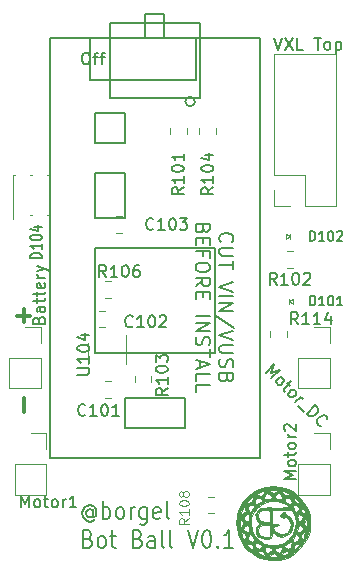
<source format=gto>
G04 #@! TF.GenerationSoftware,KiCad,Pcbnew,(5.1.0-0)*
G04 #@! TF.CreationDate,2019-10-12T10:13:56-07:00*
G04 #@! TF.ProjectId,BB-Mainboard-0,42422d4d-6169-46e6-926f-6172642d302e,rev?*
G04 #@! TF.SameCoordinates,Original*
G04 #@! TF.FileFunction,Legend,Top*
G04 #@! TF.FilePolarity,Positive*
%FSLAX46Y46*%
G04 Gerber Fmt 4.6, Leading zero omitted, Abs format (unit mm)*
G04 Created by KiCad (PCBNEW (5.1.0-0)) date 2019-10-12 10:13:56*
%MOMM*%
%LPD*%
G04 APERTURE LIST*
%ADD10C,0.200000*%
%ADD11C,0.150000*%
%ADD12C,0.300000*%
%ADD13C,0.010000*%
%ADD14C,0.120000*%
%ADD15C,0.203200*%
%ADD16C,0.080000*%
%ADD17C,0.100000*%
G04 APERTURE END LIST*
D10*
X125571428Y-50457142D02*
X125514285Y-50400000D01*
X125457142Y-50228571D01*
X125457142Y-50114285D01*
X125514285Y-49942857D01*
X125628571Y-49828571D01*
X125742857Y-49771428D01*
X125971428Y-49714285D01*
X126142857Y-49714285D01*
X126371428Y-49771428D01*
X126485714Y-49828571D01*
X126600000Y-49942857D01*
X126657142Y-50114285D01*
X126657142Y-50228571D01*
X126600000Y-50400000D01*
X126542857Y-50457142D01*
X126657142Y-50971428D02*
X125685714Y-50971428D01*
X125571428Y-51028571D01*
X125514285Y-51085714D01*
X125457142Y-51200000D01*
X125457142Y-51428571D01*
X125514285Y-51542857D01*
X125571428Y-51600000D01*
X125685714Y-51657142D01*
X126657142Y-51657142D01*
X126657142Y-52057142D02*
X126657142Y-52742857D01*
X125457142Y-52400000D02*
X126657142Y-52400000D01*
X126657142Y-53885714D02*
X125457142Y-54285714D01*
X126657142Y-54685714D01*
X125457142Y-55085714D02*
X126657142Y-55085714D01*
X125457142Y-55657142D02*
X126657142Y-55657142D01*
X125457142Y-56342857D01*
X126657142Y-56342857D01*
X126714285Y-57771428D02*
X125171428Y-56742857D01*
X126657142Y-58000000D02*
X125457142Y-58400000D01*
X126657142Y-58800000D01*
X126657142Y-59200000D02*
X125685714Y-59200000D01*
X125571428Y-59257142D01*
X125514285Y-59314285D01*
X125457142Y-59428571D01*
X125457142Y-59657142D01*
X125514285Y-59771428D01*
X125571428Y-59828571D01*
X125685714Y-59885714D01*
X126657142Y-59885714D01*
X125514285Y-60400000D02*
X125457142Y-60571428D01*
X125457142Y-60857142D01*
X125514285Y-60971428D01*
X125571428Y-61028571D01*
X125685714Y-61085714D01*
X125800000Y-61085714D01*
X125914285Y-61028571D01*
X125971428Y-60971428D01*
X126028571Y-60857142D01*
X126085714Y-60628571D01*
X126142857Y-60514285D01*
X126200000Y-60457142D01*
X126314285Y-60400000D01*
X126428571Y-60400000D01*
X126542857Y-60457142D01*
X126600000Y-60514285D01*
X126657142Y-60628571D01*
X126657142Y-60914285D01*
X126600000Y-61085714D01*
X126085714Y-62000000D02*
X126028571Y-62171428D01*
X125971428Y-62228571D01*
X125857142Y-62285714D01*
X125685714Y-62285714D01*
X125571428Y-62228571D01*
X125514285Y-62171428D01*
X125457142Y-62057142D01*
X125457142Y-61600000D01*
X126657142Y-61600000D01*
X126657142Y-62000000D01*
X126600000Y-62114285D01*
X126542857Y-62171428D01*
X126428571Y-62228571D01*
X126314285Y-62228571D01*
X126200000Y-62171428D01*
X126142857Y-62114285D01*
X126085714Y-62000000D01*
X126085714Y-61600000D01*
X124085714Y-49371428D02*
X124028571Y-49542857D01*
X123971428Y-49600000D01*
X123857142Y-49657142D01*
X123685714Y-49657142D01*
X123571428Y-49600000D01*
X123514285Y-49542857D01*
X123457142Y-49428571D01*
X123457142Y-48971428D01*
X124657142Y-48971428D01*
X124657142Y-49371428D01*
X124600000Y-49485714D01*
X124542857Y-49542857D01*
X124428571Y-49600000D01*
X124314285Y-49600000D01*
X124200000Y-49542857D01*
X124142857Y-49485714D01*
X124085714Y-49371428D01*
X124085714Y-48971428D01*
X124085714Y-50171428D02*
X124085714Y-50571428D01*
X123457142Y-50742857D02*
X123457142Y-50171428D01*
X124657142Y-50171428D01*
X124657142Y-50742857D01*
X124085714Y-51657142D02*
X124085714Y-51257142D01*
X123457142Y-51257142D02*
X124657142Y-51257142D01*
X124657142Y-51828571D01*
X124657142Y-52514285D02*
X124657142Y-52742857D01*
X124600000Y-52857142D01*
X124485714Y-52971428D01*
X124257142Y-53028571D01*
X123857142Y-53028571D01*
X123628571Y-52971428D01*
X123514285Y-52857142D01*
X123457142Y-52742857D01*
X123457142Y-52514285D01*
X123514285Y-52400000D01*
X123628571Y-52285714D01*
X123857142Y-52228571D01*
X124257142Y-52228571D01*
X124485714Y-52285714D01*
X124600000Y-52400000D01*
X124657142Y-52514285D01*
X123457142Y-54228571D02*
X124028571Y-53828571D01*
X123457142Y-53542857D02*
X124657142Y-53542857D01*
X124657142Y-54000000D01*
X124600000Y-54114285D01*
X124542857Y-54171428D01*
X124428571Y-54228571D01*
X124257142Y-54228571D01*
X124142857Y-54171428D01*
X124085714Y-54114285D01*
X124028571Y-54000000D01*
X124028571Y-53542857D01*
X124085714Y-54742857D02*
X124085714Y-55142857D01*
X123457142Y-55314285D02*
X123457142Y-54742857D01*
X124657142Y-54742857D01*
X124657142Y-55314285D01*
X123457142Y-56742857D02*
X124657142Y-56742857D01*
X123457142Y-57314285D02*
X124657142Y-57314285D01*
X123457142Y-58000000D01*
X124657142Y-58000000D01*
X123514285Y-58514285D02*
X123457142Y-58685714D01*
X123457142Y-58971428D01*
X123514285Y-59085714D01*
X123571428Y-59142857D01*
X123685714Y-59200000D01*
X123800000Y-59200000D01*
X123914285Y-59142857D01*
X123971428Y-59085714D01*
X124028571Y-58971428D01*
X124085714Y-58742857D01*
X124142857Y-58628571D01*
X124200000Y-58571428D01*
X124314285Y-58514285D01*
X124428571Y-58514285D01*
X124542857Y-58571428D01*
X124600000Y-58628571D01*
X124657142Y-58742857D01*
X124657142Y-59028571D01*
X124600000Y-59200000D01*
X124657142Y-59542857D02*
X124657142Y-60228571D01*
X123457142Y-59885714D02*
X124657142Y-59885714D01*
X123800000Y-60571428D02*
X123800000Y-61142857D01*
X123457142Y-60457142D02*
X124657142Y-60857142D01*
X123457142Y-61257142D01*
X123457142Y-62228571D02*
X123457142Y-61657142D01*
X124657142Y-61657142D01*
X123457142Y-63200000D02*
X123457142Y-62628571D01*
X124657142Y-62628571D01*
D11*
X114083333Y-34452380D02*
X114273809Y-34452380D01*
X114369047Y-34500000D01*
X114464285Y-34595238D01*
X114511904Y-34785714D01*
X114511904Y-35119047D01*
X114464285Y-35309523D01*
X114369047Y-35404761D01*
X114273809Y-35452380D01*
X114083333Y-35452380D01*
X113988095Y-35404761D01*
X113892857Y-35309523D01*
X113845238Y-35119047D01*
X113845238Y-34785714D01*
X113892857Y-34595238D01*
X113988095Y-34500000D01*
X114083333Y-34452380D01*
X114797619Y-34785714D02*
X115178571Y-34785714D01*
X114940476Y-35452380D02*
X114940476Y-34595238D01*
X114988095Y-34500000D01*
X115083333Y-34452380D01*
X115178571Y-34452380D01*
X115369047Y-34785714D02*
X115750000Y-34785714D01*
X115511904Y-35452380D02*
X115511904Y-34595238D01*
X115559523Y-34500000D01*
X115654761Y-34452380D01*
X115750000Y-34452380D01*
D10*
X114744285Y-73239285D02*
X114682380Y-73167857D01*
X114558571Y-73096428D01*
X114434761Y-73096428D01*
X114310952Y-73167857D01*
X114249047Y-73239285D01*
X114187142Y-73382142D01*
X114187142Y-73525000D01*
X114249047Y-73667857D01*
X114310952Y-73739285D01*
X114434761Y-73810714D01*
X114558571Y-73810714D01*
X114682380Y-73739285D01*
X114744285Y-73667857D01*
X114744285Y-73096428D02*
X114744285Y-73667857D01*
X114806190Y-73739285D01*
X114868095Y-73739285D01*
X114991904Y-73667857D01*
X115053809Y-73525000D01*
X115053809Y-73167857D01*
X114930000Y-72953571D01*
X114744285Y-72810714D01*
X114496666Y-72739285D01*
X114249047Y-72810714D01*
X114063333Y-72953571D01*
X113939523Y-73167857D01*
X113877619Y-73453571D01*
X113939523Y-73739285D01*
X114063333Y-73953571D01*
X114249047Y-74096428D01*
X114496666Y-74167857D01*
X114744285Y-74096428D01*
X114930000Y-73953571D01*
X115610952Y-73953571D02*
X115610952Y-72453571D01*
X115610952Y-73025000D02*
X115734761Y-72953571D01*
X115982380Y-72953571D01*
X116106190Y-73025000D01*
X116168095Y-73096428D01*
X116230000Y-73239285D01*
X116230000Y-73667857D01*
X116168095Y-73810714D01*
X116106190Y-73882142D01*
X115982380Y-73953571D01*
X115734761Y-73953571D01*
X115610952Y-73882142D01*
X116972857Y-73953571D02*
X116849047Y-73882142D01*
X116787142Y-73810714D01*
X116725238Y-73667857D01*
X116725238Y-73239285D01*
X116787142Y-73096428D01*
X116849047Y-73025000D01*
X116972857Y-72953571D01*
X117158571Y-72953571D01*
X117282380Y-73025000D01*
X117344285Y-73096428D01*
X117406190Y-73239285D01*
X117406190Y-73667857D01*
X117344285Y-73810714D01*
X117282380Y-73882142D01*
X117158571Y-73953571D01*
X116972857Y-73953571D01*
X117963333Y-73953571D02*
X117963333Y-72953571D01*
X117963333Y-73239285D02*
X118025238Y-73096428D01*
X118087142Y-73025000D01*
X118210952Y-72953571D01*
X118334761Y-72953571D01*
X119325238Y-72953571D02*
X119325238Y-74167857D01*
X119263333Y-74310714D01*
X119201428Y-74382142D01*
X119077619Y-74453571D01*
X118891904Y-74453571D01*
X118768095Y-74382142D01*
X119325238Y-73882142D02*
X119201428Y-73953571D01*
X118953809Y-73953571D01*
X118830000Y-73882142D01*
X118768095Y-73810714D01*
X118706190Y-73667857D01*
X118706190Y-73239285D01*
X118768095Y-73096428D01*
X118830000Y-73025000D01*
X118953809Y-72953571D01*
X119201428Y-72953571D01*
X119325238Y-73025000D01*
X120439523Y-73882142D02*
X120315714Y-73953571D01*
X120068095Y-73953571D01*
X119944285Y-73882142D01*
X119882380Y-73739285D01*
X119882380Y-73167857D01*
X119944285Y-73025000D01*
X120068095Y-72953571D01*
X120315714Y-72953571D01*
X120439523Y-73025000D01*
X120501428Y-73167857D01*
X120501428Y-73310714D01*
X119882380Y-73453571D01*
X121244285Y-73953571D02*
X121120476Y-73882142D01*
X121058571Y-73739285D01*
X121058571Y-72453571D01*
X114372857Y-75617857D02*
X114558571Y-75689285D01*
X114620476Y-75760714D01*
X114682380Y-75903571D01*
X114682380Y-76117857D01*
X114620476Y-76260714D01*
X114558571Y-76332142D01*
X114434761Y-76403571D01*
X113939523Y-76403571D01*
X113939523Y-74903571D01*
X114372857Y-74903571D01*
X114496666Y-74975000D01*
X114558571Y-75046428D01*
X114620476Y-75189285D01*
X114620476Y-75332142D01*
X114558571Y-75475000D01*
X114496666Y-75546428D01*
X114372857Y-75617857D01*
X113939523Y-75617857D01*
X115425238Y-76403571D02*
X115301428Y-76332142D01*
X115239523Y-76260714D01*
X115177619Y-76117857D01*
X115177619Y-75689285D01*
X115239523Y-75546428D01*
X115301428Y-75475000D01*
X115425238Y-75403571D01*
X115610952Y-75403571D01*
X115734761Y-75475000D01*
X115796666Y-75546428D01*
X115858571Y-75689285D01*
X115858571Y-76117857D01*
X115796666Y-76260714D01*
X115734761Y-76332142D01*
X115610952Y-76403571D01*
X115425238Y-76403571D01*
X116230000Y-75403571D02*
X116725238Y-75403571D01*
X116415714Y-74903571D02*
X116415714Y-76189285D01*
X116477619Y-76332142D01*
X116601428Y-76403571D01*
X116725238Y-76403571D01*
X118582380Y-75617857D02*
X118768095Y-75689285D01*
X118830000Y-75760714D01*
X118891904Y-75903571D01*
X118891904Y-76117857D01*
X118830000Y-76260714D01*
X118768095Y-76332142D01*
X118644285Y-76403571D01*
X118149047Y-76403571D01*
X118149047Y-74903571D01*
X118582380Y-74903571D01*
X118706190Y-74975000D01*
X118768095Y-75046428D01*
X118830000Y-75189285D01*
X118830000Y-75332142D01*
X118768095Y-75475000D01*
X118706190Y-75546428D01*
X118582380Y-75617857D01*
X118149047Y-75617857D01*
X120006190Y-76403571D02*
X120006190Y-75617857D01*
X119944285Y-75475000D01*
X119820476Y-75403571D01*
X119572857Y-75403571D01*
X119449047Y-75475000D01*
X120006190Y-76332142D02*
X119882380Y-76403571D01*
X119572857Y-76403571D01*
X119449047Y-76332142D01*
X119387142Y-76189285D01*
X119387142Y-76046428D01*
X119449047Y-75903571D01*
X119572857Y-75832142D01*
X119882380Y-75832142D01*
X120006190Y-75760714D01*
X120810952Y-76403571D02*
X120687142Y-76332142D01*
X120625238Y-76189285D01*
X120625238Y-74903571D01*
X121491904Y-76403571D02*
X121368095Y-76332142D01*
X121306190Y-76189285D01*
X121306190Y-74903571D01*
X122791904Y-74903571D02*
X123225238Y-76403571D01*
X123658571Y-74903571D01*
X124339523Y-74903571D02*
X124463333Y-74903571D01*
X124587142Y-74975000D01*
X124649047Y-75046428D01*
X124710952Y-75189285D01*
X124772857Y-75475000D01*
X124772857Y-75832142D01*
X124710952Y-76117857D01*
X124649047Y-76260714D01*
X124587142Y-76332142D01*
X124463333Y-76403571D01*
X124339523Y-76403571D01*
X124215714Y-76332142D01*
X124153809Y-76260714D01*
X124091904Y-76117857D01*
X124030000Y-75832142D01*
X124030000Y-75475000D01*
X124091904Y-75189285D01*
X124153809Y-75046428D01*
X124215714Y-74975000D01*
X124339523Y-74903571D01*
X125330000Y-76260714D02*
X125391904Y-76332142D01*
X125330000Y-76403571D01*
X125268095Y-76332142D01*
X125330000Y-76260714D01*
X125330000Y-76403571D01*
X126630000Y-76403571D02*
X125887142Y-76403571D01*
X126258571Y-76403571D02*
X126258571Y-74903571D01*
X126134761Y-75117857D01*
X126010952Y-75260714D01*
X125887142Y-75332142D01*
D12*
X108892857Y-56142857D02*
X108892857Y-57285714D01*
X108321428Y-56714285D02*
X109464285Y-56714285D01*
X108892857Y-63714285D02*
X108892857Y-64857142D01*
D11*
X130119047Y-33202380D02*
X130452380Y-34202380D01*
X130785714Y-33202380D01*
X131023809Y-33202380D02*
X131690476Y-34202380D01*
X131690476Y-33202380D02*
X131023809Y-34202380D01*
X132547619Y-34202380D02*
X132071428Y-34202380D01*
X132071428Y-33202380D01*
X133500000Y-33202380D02*
X134071428Y-33202380D01*
X133785714Y-34202380D02*
X133785714Y-33202380D01*
X134547619Y-34202380D02*
X134452380Y-34154761D01*
X134404761Y-34107142D01*
X134357142Y-34011904D01*
X134357142Y-33726190D01*
X134404761Y-33630952D01*
X134452380Y-33583333D01*
X134547619Y-33535714D01*
X134690476Y-33535714D01*
X134785714Y-33583333D01*
X134833333Y-33630952D01*
X134880952Y-33726190D01*
X134880952Y-34011904D01*
X134833333Y-34107142D01*
X134785714Y-34154761D01*
X134690476Y-34202380D01*
X134547619Y-34202380D01*
X135309523Y-33535714D02*
X135309523Y-34535714D01*
X135309523Y-33583333D02*
X135404761Y-33535714D01*
X135595238Y-33535714D01*
X135690476Y-33583333D01*
X135738095Y-33630952D01*
X135785714Y-33726190D01*
X135785714Y-34011904D01*
X135738095Y-34107142D01*
X135690476Y-34154761D01*
X135595238Y-34202380D01*
X135404761Y-34202380D01*
X135309523Y-34154761D01*
D13*
G36*
X130698647Y-71221047D02*
G01*
X131256241Y-71377069D01*
X131760081Y-71659760D01*
X132251076Y-72083591D01*
X132674307Y-72574561D01*
X132954113Y-73075211D01*
X133108880Y-73630368D01*
X133156994Y-74284857D01*
X133156999Y-74292334D01*
X133109896Y-74948090D01*
X132956331Y-75504048D01*
X132677918Y-76005034D01*
X132256271Y-76495874D01*
X132251076Y-76501076D01*
X131876647Y-76840435D01*
X131528476Y-77071658D01*
X131233255Y-77204216D01*
X130566383Y-77382903D01*
X129897487Y-77431448D01*
X129275876Y-77346571D01*
X129240053Y-77336854D01*
X128686296Y-77124902D01*
X129619000Y-77124902D01*
X130021167Y-77126784D01*
X130255703Y-77121724D01*
X130400631Y-77106737D01*
X130423334Y-77096071D01*
X130361069Y-77031475D01*
X130241271Y-76945071D01*
X130765278Y-76945071D01*
X130771317Y-77023793D01*
X130906864Y-77009486D01*
X131165500Y-76913055D01*
X131355554Y-76820490D01*
X131402343Y-76752290D01*
X131353281Y-76702685D01*
X131121018Y-76626629D01*
X130926562Y-76715494D01*
X130879860Y-76768834D01*
X130765278Y-76945071D01*
X130241271Y-76945071D01*
X130227810Y-76935363D01*
X130073935Y-76856298D01*
X129947146Y-76881516D01*
X129825643Y-76966076D01*
X129619000Y-77124902D01*
X128686296Y-77124902D01*
X128610549Y-77095910D01*
X128114425Y-76767840D01*
X128679673Y-76767840D01*
X128756832Y-76840439D01*
X128900994Y-76909572D01*
X129150023Y-77009448D01*
X129279486Y-77035851D01*
X129319795Y-76993930D01*
X129319974Y-76980500D01*
X129254808Y-76832811D01*
X129117236Y-76688738D01*
X128978255Y-76621999D01*
X128974666Y-76621963D01*
X128801468Y-76666393D01*
X128731661Y-76702515D01*
X128679673Y-76767840D01*
X128114425Y-76767840D01*
X128072251Y-76739952D01*
X127686019Y-76364747D01*
X127438730Y-76028000D01*
X127766986Y-76028000D01*
X128015660Y-76288226D01*
X128176191Y-76440656D01*
X128260504Y-76471166D01*
X128292661Y-76410280D01*
X128291066Y-76213502D01*
X128274151Y-76150055D01*
X128231288Y-76115014D01*
X128501487Y-76115014D01*
X128522825Y-76227420D01*
X128628747Y-76408403D01*
X128807013Y-76442413D01*
X128876916Y-76408582D01*
X129283153Y-76408582D01*
X129318255Y-76571008D01*
X129368618Y-76656640D01*
X129482674Y-76803996D01*
X129582219Y-76823200D01*
X129694001Y-76761408D01*
X129842080Y-76622244D01*
X129887570Y-76535587D01*
X130181224Y-76535587D01*
X130292863Y-76692085D01*
X130358791Y-76743766D01*
X130504508Y-76826209D01*
X130605328Y-76791249D01*
X130695452Y-76685067D01*
X130794469Y-76518625D01*
X130816440Y-76409000D01*
X130723182Y-76334332D01*
X130691445Y-76332800D01*
X130533884Y-76344241D01*
X130381000Y-76353967D01*
X130211224Y-76411989D01*
X130181224Y-76535587D01*
X129887570Y-76535587D01*
X129898405Y-76514949D01*
X129848911Y-76407502D01*
X129644405Y-76343646D01*
X129390919Y-76333873D01*
X129283153Y-76408582D01*
X128876916Y-76408582D01*
X129020404Y-76339139D01*
X129106309Y-76259679D01*
X129101889Y-76243211D01*
X130972704Y-76243211D01*
X131034977Y-76317161D01*
X131064263Y-76339139D01*
X131292855Y-76445015D01*
X131466426Y-76400029D01*
X131500981Y-76337517D01*
X131778000Y-76337517D01*
X131778000Y-76567681D01*
X132038226Y-76319007D01*
X132190656Y-76158476D01*
X132221166Y-76074163D01*
X132160280Y-76042006D01*
X131927988Y-76053243D01*
X131799678Y-76195057D01*
X131778000Y-76337517D01*
X131500981Y-76337517D01*
X131561842Y-76227420D01*
X131581196Y-76010919D01*
X131497365Y-75928517D01*
X131310939Y-75980506D01*
X131195752Y-76046544D01*
X131020144Y-76166695D01*
X130972704Y-76243211D01*
X129101889Y-76243211D01*
X129086941Y-76187531D01*
X128943843Y-76081625D01*
X128888915Y-76046544D01*
X128657242Y-75934944D01*
X128527903Y-75957865D01*
X128501487Y-76115014D01*
X128231288Y-76115014D01*
X128163608Y-76059685D01*
X127997150Y-76028000D01*
X127766986Y-76028000D01*
X127438730Y-76028000D01*
X127292776Y-75829247D01*
X127045611Y-75247720D01*
X127010001Y-75039316D01*
X127319796Y-75039316D01*
X127325024Y-75133928D01*
X127385038Y-75324049D01*
X127416652Y-75403630D01*
X127511250Y-75599297D01*
X127580372Y-75651815D01*
X127610368Y-75623606D01*
X127892863Y-75623606D01*
X127970909Y-75769050D01*
X128031500Y-75800304D01*
X128272429Y-75845879D01*
X128398147Y-75819306D01*
X128422887Y-75791442D01*
X128408656Y-75683411D01*
X128321205Y-75500108D01*
X128291131Y-75450503D01*
X128162387Y-75277862D01*
X128064438Y-75238732D01*
X128000580Y-75274095D01*
X127901322Y-75434269D01*
X127892863Y-75623606D01*
X127610368Y-75623606D01*
X127631982Y-75603281D01*
X127703635Y-75420600D01*
X127712704Y-75349866D01*
X127657482Y-75230875D01*
X127530950Y-75109037D01*
X127394894Y-75033185D01*
X127319796Y-75039316D01*
X127010001Y-75039316D01*
X126961336Y-74754508D01*
X127508458Y-74754508D01*
X127543418Y-74855328D01*
X127649600Y-74945452D01*
X127841473Y-75052161D01*
X127968834Y-75044287D01*
X128001867Y-74941445D01*
X127990426Y-74783884D01*
X127980700Y-74631000D01*
X127922678Y-74461224D01*
X127799080Y-74431224D01*
X127642582Y-74542863D01*
X127590901Y-74608791D01*
X127508458Y-74754508D01*
X126961336Y-74754508D01*
X126933058Y-74589020D01*
X126923865Y-74313500D01*
X127207883Y-74313500D01*
X127209765Y-74715667D01*
X127368591Y-74509024D01*
X127467217Y-74355081D01*
X128137224Y-74355081D01*
X128225244Y-74857432D01*
X128438416Y-75316796D01*
X128787629Y-75731906D01*
X129226272Y-76018608D01*
X129725230Y-76169414D01*
X130255389Y-76176833D01*
X130787633Y-76033375D01*
X130941525Y-75960756D01*
X131318065Y-75687107D01*
X131669638Y-75687107D01*
X131673506Y-75815542D01*
X131810646Y-75844795D01*
X132010834Y-75805303D01*
X132158894Y-75693777D01*
X132202542Y-75510429D01*
X132132349Y-75323620D01*
X132105502Y-75296070D01*
X132394280Y-75296070D01*
X132404349Y-75473340D01*
X132462786Y-75644059D01*
X132526551Y-75664377D01*
X132612279Y-75529458D01*
X132671320Y-75395720D01*
X132765937Y-75136665D01*
X132769940Y-75015628D01*
X132678188Y-75024447D01*
X132508569Y-75137366D01*
X132394280Y-75296070D01*
X132105502Y-75296070D01*
X132084087Y-75274095D01*
X131986774Y-75238705D01*
X131882057Y-75322624D01*
X131793536Y-75450503D01*
X131669638Y-75687107D01*
X131318065Y-75687107D01*
X131377898Y-75643624D01*
X131698527Y-75226247D01*
X131803548Y-74962878D01*
X132075316Y-74962878D01*
X132130351Y-75081432D01*
X132268185Y-75056827D01*
X132435067Y-74945575D01*
X132563521Y-74827278D01*
X132564513Y-74722015D01*
X132493766Y-74608791D01*
X132331903Y-74447174D01*
X132199131Y-74450074D01*
X132110033Y-74614366D01*
X132094024Y-74694500D01*
X132075316Y-74962878D01*
X131803548Y-74962878D01*
X131892020Y-74741014D01*
X131945270Y-74236578D01*
X132612970Y-74236578D01*
X132618914Y-74362160D01*
X132685363Y-74477810D01*
X132789281Y-74620567D01*
X132846071Y-74673334D01*
X132864725Y-74597354D01*
X132875566Y-74404073D01*
X132876784Y-74271167D01*
X132874902Y-73869000D01*
X132716076Y-74075643D01*
X132612970Y-74236578D01*
X131945270Y-74236578D01*
X131946987Y-74220314D01*
X131867250Y-73780466D01*
X132080166Y-73780466D01*
X132093646Y-73894405D01*
X132167921Y-74098208D01*
X132291447Y-74144246D01*
X132446940Y-74030465D01*
X132511408Y-73944001D01*
X132578725Y-73809475D01*
X132534590Y-73712307D01*
X132406640Y-73618618D01*
X132209945Y-73529834D01*
X132102198Y-73582834D01*
X132080166Y-73780466D01*
X131867250Y-73780466D01*
X131852034Y-73696537D01*
X131792064Y-73542407D01*
X131618189Y-73149334D01*
X129915334Y-73149334D01*
X129915334Y-74334667D01*
X130211667Y-74334667D01*
X130407534Y-74355932D01*
X130505441Y-74408222D01*
X130508000Y-74419334D01*
X130434428Y-74478781D01*
X130257160Y-74503994D01*
X130254000Y-74504000D01*
X130058190Y-74550195D01*
X129999098Y-74674443D01*
X130076466Y-74855242D01*
X130260496Y-75046807D01*
X130578996Y-75232249D01*
X130890145Y-75248997D01*
X131189441Y-75097177D01*
X131276513Y-75018513D01*
X131480360Y-74712206D01*
X131523387Y-74380544D01*
X131404466Y-74052775D01*
X131318223Y-73937221D01*
X131166741Y-73787912D01*
X131062876Y-73764883D01*
X131006113Y-73804344D01*
X130895841Y-73860319D01*
X130763063Y-73784991D01*
X130745537Y-73769435D01*
X130641349Y-73652745D01*
X130665920Y-73552634D01*
X130732104Y-73474258D01*
X130891886Y-73339705D01*
X130991480Y-73344024D01*
X131016000Y-73439961D01*
X131086448Y-73561109D01*
X131183125Y-73614299D01*
X131443105Y-73777146D01*
X131614963Y-74044650D01*
X131690356Y-74372108D01*
X131660940Y-74714814D01*
X131518372Y-75028064D01*
X131460500Y-75100559D01*
X131162202Y-75327578D01*
X130815806Y-75426210D01*
X130469746Y-75389348D01*
X130251963Y-75277881D01*
X130058566Y-75142540D01*
X129960051Y-75115495D01*
X129917002Y-75201896D01*
X129899791Y-75323907D01*
X129805400Y-75513550D01*
X129604832Y-75621234D01*
X129340518Y-75646174D01*
X129054888Y-75587586D01*
X128790374Y-75444686D01*
X128683794Y-75346387D01*
X128553655Y-75087794D01*
X128554306Y-74927334D01*
X128730000Y-74927334D01*
X128804612Y-75181399D01*
X129014810Y-75354777D01*
X129340139Y-75432539D01*
X129426172Y-75435334D01*
X129746000Y-75435334D01*
X129746000Y-74419334D01*
X129426172Y-74419334D01*
X129077996Y-74473778D01*
X128840396Y-74627161D01*
X128733829Y-74864555D01*
X128730000Y-74927334D01*
X128554306Y-74927334D01*
X128554868Y-74788828D01*
X128684901Y-74512793D01*
X128718709Y-74473685D01*
X128838543Y-74329454D01*
X128843926Y-74239412D01*
X128766334Y-74160354D01*
X128573991Y-73906874D01*
X128535960Y-73665655D01*
X128730000Y-73665655D01*
X128805301Y-73913450D01*
X129015831Y-74084535D01*
X129338537Y-74162364D01*
X129426172Y-74165334D01*
X129746000Y-74165334D01*
X129746000Y-73657334D01*
X129740516Y-73374460D01*
X129714197Y-73220580D01*
X129652238Y-73155462D01*
X129555500Y-73139584D01*
X129150662Y-73166038D01*
X128880451Y-73293216D01*
X128745992Y-73520400D01*
X128730000Y-73665655D01*
X128535960Y-73665655D01*
X128528325Y-73617233D01*
X128625591Y-73333041D01*
X128862048Y-73095907D01*
X128862083Y-73095884D01*
X128980296Y-73034879D01*
X129135354Y-72994596D01*
X129359160Y-72972077D01*
X129683615Y-72964364D01*
X130140622Y-72968500D01*
X130220529Y-72969921D01*
X130707190Y-72972871D01*
X131068265Y-72962103D01*
X131288773Y-72938449D01*
X131354667Y-72907026D01*
X131342030Y-72892897D01*
X131682186Y-72892897D01*
X131759833Y-73076893D01*
X131796544Y-73138915D01*
X131916695Y-73314523D01*
X131993211Y-73361963D01*
X132067161Y-73299690D01*
X132089139Y-73270404D01*
X132116953Y-73213649D01*
X132376629Y-73213649D01*
X132465494Y-73408105D01*
X132518834Y-73454807D01*
X132688571Y-73555646D01*
X132784584Y-73556785D01*
X132794000Y-73527614D01*
X132764238Y-73427867D01*
X132690111Y-73234892D01*
X132663055Y-73169167D01*
X132570490Y-72979113D01*
X132502290Y-72932324D01*
X132452685Y-72981386D01*
X132376629Y-73213649D01*
X132116953Y-73213649D01*
X132181213Y-73082531D01*
X132201334Y-72972996D01*
X132129513Y-72855237D01*
X131965307Y-72770032D01*
X131785601Y-72745319D01*
X131684825Y-72785309D01*
X131682186Y-72892897D01*
X131342030Y-72892897D01*
X131284451Y-72828522D01*
X131101862Y-72708796D01*
X130888572Y-72595082D01*
X130366743Y-72419918D01*
X129861879Y-72395277D01*
X129390914Y-72502350D01*
X128970781Y-72722328D01*
X128618412Y-73036399D01*
X128350741Y-73425755D01*
X128184700Y-73871586D01*
X128137224Y-74355081D01*
X127467217Y-74355081D01*
X127471697Y-74348089D01*
X127465753Y-74222507D01*
X127399304Y-74106857D01*
X127295386Y-73964100D01*
X127238596Y-73911334D01*
X127219942Y-73987313D01*
X127209101Y-74180594D01*
X127207883Y-74313500D01*
X126923865Y-74313500D01*
X126923158Y-74292334D01*
X126954507Y-73862688D01*
X127520168Y-73862688D01*
X127590901Y-73975876D01*
X127751027Y-74133223D01*
X127888705Y-74148336D01*
X127971262Y-74023076D01*
X127980700Y-73953667D01*
X127993849Y-73750574D01*
X128001867Y-73643222D01*
X127958839Y-73533841D01*
X127822695Y-73538718D01*
X127649600Y-73639215D01*
X127521137Y-73757436D01*
X127520168Y-73862688D01*
X126954507Y-73862688D01*
X126971047Y-73636020D01*
X127003907Y-73518581D01*
X127305296Y-73518581D01*
X127366281Y-73528862D01*
X127502334Y-73472595D01*
X127658435Y-73357052D01*
X127712704Y-73241577D01*
X127672524Y-73072850D01*
X127879256Y-73072850D01*
X127957784Y-73271075D01*
X127988035Y-73304835D01*
X128089247Y-73346970D01*
X128205557Y-73263594D01*
X128355350Y-73039411D01*
X128397766Y-72963972D01*
X128427192Y-72815619D01*
X128318425Y-72750919D01*
X128098894Y-72774922D01*
X127930491Y-72887396D01*
X127879256Y-73072850D01*
X127672524Y-73072850D01*
X127667370Y-73051210D01*
X127631982Y-72981386D01*
X127567581Y-72931444D01*
X127495687Y-73009705D01*
X127421612Y-73169167D01*
X127326176Y-73407840D01*
X127305296Y-73518581D01*
X127003907Y-73518581D01*
X127127069Y-73078426D01*
X127409760Y-72574586D01*
X127425227Y-72556667D01*
X127766986Y-72556667D01*
X127997150Y-72556667D01*
X128069770Y-72540947D01*
X128501659Y-72540947D01*
X128521593Y-72646608D01*
X128566088Y-72690186D01*
X128643633Y-72677933D01*
X128794080Y-72595623D01*
X128964314Y-72488576D01*
X129091952Y-72377005D01*
X129087892Y-72347545D01*
X130988899Y-72347545D01*
X131072439Y-72452197D01*
X131203732Y-72543176D01*
X131431670Y-72651566D01*
X131558362Y-72625007D01*
X131582489Y-72464184D01*
X131561842Y-72357247D01*
X131448588Y-72184027D01*
X131417131Y-72174387D01*
X131792006Y-72174387D01*
X131803243Y-72406679D01*
X131945057Y-72534989D01*
X132087517Y-72556667D01*
X132317681Y-72556667D01*
X132069007Y-72296441D01*
X131908476Y-72144011D01*
X131824163Y-72113501D01*
X131792006Y-72174387D01*
X131417131Y-72174387D01*
X131264985Y-72127762D01*
X131073946Y-72200930D01*
X131024095Y-72250580D01*
X130988899Y-72347545D01*
X129087892Y-72347545D01*
X129077627Y-72273068D01*
X129059780Y-72249626D01*
X129009079Y-72217618D01*
X129280098Y-72217618D01*
X129380786Y-72249316D01*
X129569261Y-72247668D01*
X129768660Y-72218884D01*
X129902123Y-72169175D01*
X129904626Y-72167157D01*
X129906434Y-72141146D01*
X130194996Y-72141146D01*
X130344557Y-72230029D01*
X130402167Y-72241353D01*
X130649999Y-72264468D01*
X130777072Y-72233295D01*
X130818203Y-72170375D01*
X130789403Y-72051948D01*
X130695452Y-71899600D01*
X130577231Y-71771137D01*
X130471979Y-71770168D01*
X130358791Y-71840901D01*
X130198884Y-72003534D01*
X130194996Y-72141146D01*
X129906434Y-72141146D01*
X129911436Y-72069201D01*
X129825648Y-71928674D01*
X129686971Y-71808686D01*
X129674771Y-71801858D01*
X129537844Y-71764114D01*
X129424763Y-71848529D01*
X129370136Y-71925711D01*
X129285787Y-72100678D01*
X129280098Y-72217618D01*
X129009079Y-72217618D01*
X128881070Y-72136806D01*
X128688950Y-72152977D01*
X128548014Y-72286151D01*
X128524922Y-72348894D01*
X128501659Y-72540947D01*
X128069770Y-72540947D01*
X128183003Y-72516436D01*
X128274151Y-72434612D01*
X128300177Y-72243073D01*
X128292661Y-72174387D01*
X128251618Y-72110775D01*
X128157591Y-72158848D01*
X128015660Y-72296441D01*
X127766986Y-72556667D01*
X127425227Y-72556667D01*
X127833591Y-72083591D01*
X128125014Y-71832377D01*
X128682324Y-71832377D01*
X128731386Y-71881982D01*
X128961324Y-71958833D01*
X129143024Y-71875262D01*
X129222595Y-71752334D01*
X129280909Y-71608916D01*
X129264238Y-71554141D01*
X129145107Y-71580698D01*
X128919167Y-71671612D01*
X128729113Y-71764177D01*
X128682324Y-71832377D01*
X128125014Y-71832377D01*
X128328537Y-71656936D01*
X128681493Y-71459765D01*
X129619000Y-71459765D01*
X129825643Y-71618591D01*
X129986578Y-71721697D01*
X130112160Y-71715753D01*
X130227810Y-71649304D01*
X130317964Y-71583677D01*
X130794325Y-71583677D01*
X130805022Y-71685259D01*
X130861167Y-71786422D01*
X131033591Y-71941497D01*
X131250577Y-71934161D01*
X131353281Y-71881982D01*
X131401899Y-71817983D01*
X131323199Y-71745582D01*
X131153630Y-71666652D01*
X130906990Y-71578924D01*
X130794325Y-71583677D01*
X130317964Y-71583677D01*
X130370567Y-71545386D01*
X130423334Y-71488596D01*
X130347354Y-71469942D01*
X130154073Y-71459101D01*
X130021167Y-71457883D01*
X129619000Y-71459765D01*
X128681493Y-71459765D01*
X128832630Y-71375336D01*
X129390837Y-71220256D01*
X130042334Y-71173158D01*
X130698647Y-71221047D01*
X130698647Y-71221047D01*
G37*
X130698647Y-71221047D02*
X131256241Y-71377069D01*
X131760081Y-71659760D01*
X132251076Y-72083591D01*
X132674307Y-72574561D01*
X132954113Y-73075211D01*
X133108880Y-73630368D01*
X133156994Y-74284857D01*
X133156999Y-74292334D01*
X133109896Y-74948090D01*
X132956331Y-75504048D01*
X132677918Y-76005034D01*
X132256271Y-76495874D01*
X132251076Y-76501076D01*
X131876647Y-76840435D01*
X131528476Y-77071658D01*
X131233255Y-77204216D01*
X130566383Y-77382903D01*
X129897487Y-77431448D01*
X129275876Y-77346571D01*
X129240053Y-77336854D01*
X128686296Y-77124902D01*
X129619000Y-77124902D01*
X130021167Y-77126784D01*
X130255703Y-77121724D01*
X130400631Y-77106737D01*
X130423334Y-77096071D01*
X130361069Y-77031475D01*
X130241271Y-76945071D01*
X130765278Y-76945071D01*
X130771317Y-77023793D01*
X130906864Y-77009486D01*
X131165500Y-76913055D01*
X131355554Y-76820490D01*
X131402343Y-76752290D01*
X131353281Y-76702685D01*
X131121018Y-76626629D01*
X130926562Y-76715494D01*
X130879860Y-76768834D01*
X130765278Y-76945071D01*
X130241271Y-76945071D01*
X130227810Y-76935363D01*
X130073935Y-76856298D01*
X129947146Y-76881516D01*
X129825643Y-76966076D01*
X129619000Y-77124902D01*
X128686296Y-77124902D01*
X128610549Y-77095910D01*
X128114425Y-76767840D01*
X128679673Y-76767840D01*
X128756832Y-76840439D01*
X128900994Y-76909572D01*
X129150023Y-77009448D01*
X129279486Y-77035851D01*
X129319795Y-76993930D01*
X129319974Y-76980500D01*
X129254808Y-76832811D01*
X129117236Y-76688738D01*
X128978255Y-76621999D01*
X128974666Y-76621963D01*
X128801468Y-76666393D01*
X128731661Y-76702515D01*
X128679673Y-76767840D01*
X128114425Y-76767840D01*
X128072251Y-76739952D01*
X127686019Y-76364747D01*
X127438730Y-76028000D01*
X127766986Y-76028000D01*
X128015660Y-76288226D01*
X128176191Y-76440656D01*
X128260504Y-76471166D01*
X128292661Y-76410280D01*
X128291066Y-76213502D01*
X128274151Y-76150055D01*
X128231288Y-76115014D01*
X128501487Y-76115014D01*
X128522825Y-76227420D01*
X128628747Y-76408403D01*
X128807013Y-76442413D01*
X128876916Y-76408582D01*
X129283153Y-76408582D01*
X129318255Y-76571008D01*
X129368618Y-76656640D01*
X129482674Y-76803996D01*
X129582219Y-76823200D01*
X129694001Y-76761408D01*
X129842080Y-76622244D01*
X129887570Y-76535587D01*
X130181224Y-76535587D01*
X130292863Y-76692085D01*
X130358791Y-76743766D01*
X130504508Y-76826209D01*
X130605328Y-76791249D01*
X130695452Y-76685067D01*
X130794469Y-76518625D01*
X130816440Y-76409000D01*
X130723182Y-76334332D01*
X130691445Y-76332800D01*
X130533884Y-76344241D01*
X130381000Y-76353967D01*
X130211224Y-76411989D01*
X130181224Y-76535587D01*
X129887570Y-76535587D01*
X129898405Y-76514949D01*
X129848911Y-76407502D01*
X129644405Y-76343646D01*
X129390919Y-76333873D01*
X129283153Y-76408582D01*
X128876916Y-76408582D01*
X129020404Y-76339139D01*
X129106309Y-76259679D01*
X129101889Y-76243211D01*
X130972704Y-76243211D01*
X131034977Y-76317161D01*
X131064263Y-76339139D01*
X131292855Y-76445015D01*
X131466426Y-76400029D01*
X131500981Y-76337517D01*
X131778000Y-76337517D01*
X131778000Y-76567681D01*
X132038226Y-76319007D01*
X132190656Y-76158476D01*
X132221166Y-76074163D01*
X132160280Y-76042006D01*
X131927988Y-76053243D01*
X131799678Y-76195057D01*
X131778000Y-76337517D01*
X131500981Y-76337517D01*
X131561842Y-76227420D01*
X131581196Y-76010919D01*
X131497365Y-75928517D01*
X131310939Y-75980506D01*
X131195752Y-76046544D01*
X131020144Y-76166695D01*
X130972704Y-76243211D01*
X129101889Y-76243211D01*
X129086941Y-76187531D01*
X128943843Y-76081625D01*
X128888915Y-76046544D01*
X128657242Y-75934944D01*
X128527903Y-75957865D01*
X128501487Y-76115014D01*
X128231288Y-76115014D01*
X128163608Y-76059685D01*
X127997150Y-76028000D01*
X127766986Y-76028000D01*
X127438730Y-76028000D01*
X127292776Y-75829247D01*
X127045611Y-75247720D01*
X127010001Y-75039316D01*
X127319796Y-75039316D01*
X127325024Y-75133928D01*
X127385038Y-75324049D01*
X127416652Y-75403630D01*
X127511250Y-75599297D01*
X127580372Y-75651815D01*
X127610368Y-75623606D01*
X127892863Y-75623606D01*
X127970909Y-75769050D01*
X128031500Y-75800304D01*
X128272429Y-75845879D01*
X128398147Y-75819306D01*
X128422887Y-75791442D01*
X128408656Y-75683411D01*
X128321205Y-75500108D01*
X128291131Y-75450503D01*
X128162387Y-75277862D01*
X128064438Y-75238732D01*
X128000580Y-75274095D01*
X127901322Y-75434269D01*
X127892863Y-75623606D01*
X127610368Y-75623606D01*
X127631982Y-75603281D01*
X127703635Y-75420600D01*
X127712704Y-75349866D01*
X127657482Y-75230875D01*
X127530950Y-75109037D01*
X127394894Y-75033185D01*
X127319796Y-75039316D01*
X127010001Y-75039316D01*
X126961336Y-74754508D01*
X127508458Y-74754508D01*
X127543418Y-74855328D01*
X127649600Y-74945452D01*
X127841473Y-75052161D01*
X127968834Y-75044287D01*
X128001867Y-74941445D01*
X127990426Y-74783884D01*
X127980700Y-74631000D01*
X127922678Y-74461224D01*
X127799080Y-74431224D01*
X127642582Y-74542863D01*
X127590901Y-74608791D01*
X127508458Y-74754508D01*
X126961336Y-74754508D01*
X126933058Y-74589020D01*
X126923865Y-74313500D01*
X127207883Y-74313500D01*
X127209765Y-74715667D01*
X127368591Y-74509024D01*
X127467217Y-74355081D01*
X128137224Y-74355081D01*
X128225244Y-74857432D01*
X128438416Y-75316796D01*
X128787629Y-75731906D01*
X129226272Y-76018608D01*
X129725230Y-76169414D01*
X130255389Y-76176833D01*
X130787633Y-76033375D01*
X130941525Y-75960756D01*
X131318065Y-75687107D01*
X131669638Y-75687107D01*
X131673506Y-75815542D01*
X131810646Y-75844795D01*
X132010834Y-75805303D01*
X132158894Y-75693777D01*
X132202542Y-75510429D01*
X132132349Y-75323620D01*
X132105502Y-75296070D01*
X132394280Y-75296070D01*
X132404349Y-75473340D01*
X132462786Y-75644059D01*
X132526551Y-75664377D01*
X132612279Y-75529458D01*
X132671320Y-75395720D01*
X132765937Y-75136665D01*
X132769940Y-75015628D01*
X132678188Y-75024447D01*
X132508569Y-75137366D01*
X132394280Y-75296070D01*
X132105502Y-75296070D01*
X132084087Y-75274095D01*
X131986774Y-75238705D01*
X131882057Y-75322624D01*
X131793536Y-75450503D01*
X131669638Y-75687107D01*
X131318065Y-75687107D01*
X131377898Y-75643624D01*
X131698527Y-75226247D01*
X131803548Y-74962878D01*
X132075316Y-74962878D01*
X132130351Y-75081432D01*
X132268185Y-75056827D01*
X132435067Y-74945575D01*
X132563521Y-74827278D01*
X132564513Y-74722015D01*
X132493766Y-74608791D01*
X132331903Y-74447174D01*
X132199131Y-74450074D01*
X132110033Y-74614366D01*
X132094024Y-74694500D01*
X132075316Y-74962878D01*
X131803548Y-74962878D01*
X131892020Y-74741014D01*
X131945270Y-74236578D01*
X132612970Y-74236578D01*
X132618914Y-74362160D01*
X132685363Y-74477810D01*
X132789281Y-74620567D01*
X132846071Y-74673334D01*
X132864725Y-74597354D01*
X132875566Y-74404073D01*
X132876784Y-74271167D01*
X132874902Y-73869000D01*
X132716076Y-74075643D01*
X132612970Y-74236578D01*
X131945270Y-74236578D01*
X131946987Y-74220314D01*
X131867250Y-73780466D01*
X132080166Y-73780466D01*
X132093646Y-73894405D01*
X132167921Y-74098208D01*
X132291447Y-74144246D01*
X132446940Y-74030465D01*
X132511408Y-73944001D01*
X132578725Y-73809475D01*
X132534590Y-73712307D01*
X132406640Y-73618618D01*
X132209945Y-73529834D01*
X132102198Y-73582834D01*
X132080166Y-73780466D01*
X131867250Y-73780466D01*
X131852034Y-73696537D01*
X131792064Y-73542407D01*
X131618189Y-73149334D01*
X129915334Y-73149334D01*
X129915334Y-74334667D01*
X130211667Y-74334667D01*
X130407534Y-74355932D01*
X130505441Y-74408222D01*
X130508000Y-74419334D01*
X130434428Y-74478781D01*
X130257160Y-74503994D01*
X130254000Y-74504000D01*
X130058190Y-74550195D01*
X129999098Y-74674443D01*
X130076466Y-74855242D01*
X130260496Y-75046807D01*
X130578996Y-75232249D01*
X130890145Y-75248997D01*
X131189441Y-75097177D01*
X131276513Y-75018513D01*
X131480360Y-74712206D01*
X131523387Y-74380544D01*
X131404466Y-74052775D01*
X131318223Y-73937221D01*
X131166741Y-73787912D01*
X131062876Y-73764883D01*
X131006113Y-73804344D01*
X130895841Y-73860319D01*
X130763063Y-73784991D01*
X130745537Y-73769435D01*
X130641349Y-73652745D01*
X130665920Y-73552634D01*
X130732104Y-73474258D01*
X130891886Y-73339705D01*
X130991480Y-73344024D01*
X131016000Y-73439961D01*
X131086448Y-73561109D01*
X131183125Y-73614299D01*
X131443105Y-73777146D01*
X131614963Y-74044650D01*
X131690356Y-74372108D01*
X131660940Y-74714814D01*
X131518372Y-75028064D01*
X131460500Y-75100559D01*
X131162202Y-75327578D01*
X130815806Y-75426210D01*
X130469746Y-75389348D01*
X130251963Y-75277881D01*
X130058566Y-75142540D01*
X129960051Y-75115495D01*
X129917002Y-75201896D01*
X129899791Y-75323907D01*
X129805400Y-75513550D01*
X129604832Y-75621234D01*
X129340518Y-75646174D01*
X129054888Y-75587586D01*
X128790374Y-75444686D01*
X128683794Y-75346387D01*
X128553655Y-75087794D01*
X128554306Y-74927334D01*
X128730000Y-74927334D01*
X128804612Y-75181399D01*
X129014810Y-75354777D01*
X129340139Y-75432539D01*
X129426172Y-75435334D01*
X129746000Y-75435334D01*
X129746000Y-74419334D01*
X129426172Y-74419334D01*
X129077996Y-74473778D01*
X128840396Y-74627161D01*
X128733829Y-74864555D01*
X128730000Y-74927334D01*
X128554306Y-74927334D01*
X128554868Y-74788828D01*
X128684901Y-74512793D01*
X128718709Y-74473685D01*
X128838543Y-74329454D01*
X128843926Y-74239412D01*
X128766334Y-74160354D01*
X128573991Y-73906874D01*
X128535960Y-73665655D01*
X128730000Y-73665655D01*
X128805301Y-73913450D01*
X129015831Y-74084535D01*
X129338537Y-74162364D01*
X129426172Y-74165334D01*
X129746000Y-74165334D01*
X129746000Y-73657334D01*
X129740516Y-73374460D01*
X129714197Y-73220580D01*
X129652238Y-73155462D01*
X129555500Y-73139584D01*
X129150662Y-73166038D01*
X128880451Y-73293216D01*
X128745992Y-73520400D01*
X128730000Y-73665655D01*
X128535960Y-73665655D01*
X128528325Y-73617233D01*
X128625591Y-73333041D01*
X128862048Y-73095907D01*
X128862083Y-73095884D01*
X128980296Y-73034879D01*
X129135354Y-72994596D01*
X129359160Y-72972077D01*
X129683615Y-72964364D01*
X130140622Y-72968500D01*
X130220529Y-72969921D01*
X130707190Y-72972871D01*
X131068265Y-72962103D01*
X131288773Y-72938449D01*
X131354667Y-72907026D01*
X131342030Y-72892897D01*
X131682186Y-72892897D01*
X131759833Y-73076893D01*
X131796544Y-73138915D01*
X131916695Y-73314523D01*
X131993211Y-73361963D01*
X132067161Y-73299690D01*
X132089139Y-73270404D01*
X132116953Y-73213649D01*
X132376629Y-73213649D01*
X132465494Y-73408105D01*
X132518834Y-73454807D01*
X132688571Y-73555646D01*
X132784584Y-73556785D01*
X132794000Y-73527614D01*
X132764238Y-73427867D01*
X132690111Y-73234892D01*
X132663055Y-73169167D01*
X132570490Y-72979113D01*
X132502290Y-72932324D01*
X132452685Y-72981386D01*
X132376629Y-73213649D01*
X132116953Y-73213649D01*
X132181213Y-73082531D01*
X132201334Y-72972996D01*
X132129513Y-72855237D01*
X131965307Y-72770032D01*
X131785601Y-72745319D01*
X131684825Y-72785309D01*
X131682186Y-72892897D01*
X131342030Y-72892897D01*
X131284451Y-72828522D01*
X131101862Y-72708796D01*
X130888572Y-72595082D01*
X130366743Y-72419918D01*
X129861879Y-72395277D01*
X129390914Y-72502350D01*
X128970781Y-72722328D01*
X128618412Y-73036399D01*
X128350741Y-73425755D01*
X128184700Y-73871586D01*
X128137224Y-74355081D01*
X127467217Y-74355081D01*
X127471697Y-74348089D01*
X127465753Y-74222507D01*
X127399304Y-74106857D01*
X127295386Y-73964100D01*
X127238596Y-73911334D01*
X127219942Y-73987313D01*
X127209101Y-74180594D01*
X127207883Y-74313500D01*
X126923865Y-74313500D01*
X126923158Y-74292334D01*
X126954507Y-73862688D01*
X127520168Y-73862688D01*
X127590901Y-73975876D01*
X127751027Y-74133223D01*
X127888705Y-74148336D01*
X127971262Y-74023076D01*
X127980700Y-73953667D01*
X127993849Y-73750574D01*
X128001867Y-73643222D01*
X127958839Y-73533841D01*
X127822695Y-73538718D01*
X127649600Y-73639215D01*
X127521137Y-73757436D01*
X127520168Y-73862688D01*
X126954507Y-73862688D01*
X126971047Y-73636020D01*
X127003907Y-73518581D01*
X127305296Y-73518581D01*
X127366281Y-73528862D01*
X127502334Y-73472595D01*
X127658435Y-73357052D01*
X127712704Y-73241577D01*
X127672524Y-73072850D01*
X127879256Y-73072850D01*
X127957784Y-73271075D01*
X127988035Y-73304835D01*
X128089247Y-73346970D01*
X128205557Y-73263594D01*
X128355350Y-73039411D01*
X128397766Y-72963972D01*
X128427192Y-72815619D01*
X128318425Y-72750919D01*
X128098894Y-72774922D01*
X127930491Y-72887396D01*
X127879256Y-73072850D01*
X127672524Y-73072850D01*
X127667370Y-73051210D01*
X127631982Y-72981386D01*
X127567581Y-72931444D01*
X127495687Y-73009705D01*
X127421612Y-73169167D01*
X127326176Y-73407840D01*
X127305296Y-73518581D01*
X127003907Y-73518581D01*
X127127069Y-73078426D01*
X127409760Y-72574586D01*
X127425227Y-72556667D01*
X127766986Y-72556667D01*
X127997150Y-72556667D01*
X128069770Y-72540947D01*
X128501659Y-72540947D01*
X128521593Y-72646608D01*
X128566088Y-72690186D01*
X128643633Y-72677933D01*
X128794080Y-72595623D01*
X128964314Y-72488576D01*
X129091952Y-72377005D01*
X129087892Y-72347545D01*
X130988899Y-72347545D01*
X131072439Y-72452197D01*
X131203732Y-72543176D01*
X131431670Y-72651566D01*
X131558362Y-72625007D01*
X131582489Y-72464184D01*
X131561842Y-72357247D01*
X131448588Y-72184027D01*
X131417131Y-72174387D01*
X131792006Y-72174387D01*
X131803243Y-72406679D01*
X131945057Y-72534989D01*
X132087517Y-72556667D01*
X132317681Y-72556667D01*
X132069007Y-72296441D01*
X131908476Y-72144011D01*
X131824163Y-72113501D01*
X131792006Y-72174387D01*
X131417131Y-72174387D01*
X131264985Y-72127762D01*
X131073946Y-72200930D01*
X131024095Y-72250580D01*
X130988899Y-72347545D01*
X129087892Y-72347545D01*
X129077627Y-72273068D01*
X129059780Y-72249626D01*
X129009079Y-72217618D01*
X129280098Y-72217618D01*
X129380786Y-72249316D01*
X129569261Y-72247668D01*
X129768660Y-72218884D01*
X129902123Y-72169175D01*
X129904626Y-72167157D01*
X129906434Y-72141146D01*
X130194996Y-72141146D01*
X130344557Y-72230029D01*
X130402167Y-72241353D01*
X130649999Y-72264468D01*
X130777072Y-72233295D01*
X130818203Y-72170375D01*
X130789403Y-72051948D01*
X130695452Y-71899600D01*
X130577231Y-71771137D01*
X130471979Y-71770168D01*
X130358791Y-71840901D01*
X130198884Y-72003534D01*
X130194996Y-72141146D01*
X129906434Y-72141146D01*
X129911436Y-72069201D01*
X129825648Y-71928674D01*
X129686971Y-71808686D01*
X129674771Y-71801858D01*
X129537844Y-71764114D01*
X129424763Y-71848529D01*
X129370136Y-71925711D01*
X129285787Y-72100678D01*
X129280098Y-72217618D01*
X129009079Y-72217618D01*
X128881070Y-72136806D01*
X128688950Y-72152977D01*
X128548014Y-72286151D01*
X128524922Y-72348894D01*
X128501659Y-72540947D01*
X128069770Y-72540947D01*
X128183003Y-72516436D01*
X128274151Y-72434612D01*
X128300177Y-72243073D01*
X128292661Y-72174387D01*
X128251618Y-72110775D01*
X128157591Y-72158848D01*
X128015660Y-72296441D01*
X127766986Y-72556667D01*
X127425227Y-72556667D01*
X127833591Y-72083591D01*
X128125014Y-71832377D01*
X128682324Y-71832377D01*
X128731386Y-71881982D01*
X128961324Y-71958833D01*
X129143024Y-71875262D01*
X129222595Y-71752334D01*
X129280909Y-71608916D01*
X129264238Y-71554141D01*
X129145107Y-71580698D01*
X128919167Y-71671612D01*
X128729113Y-71764177D01*
X128682324Y-71832377D01*
X128125014Y-71832377D01*
X128328537Y-71656936D01*
X128681493Y-71459765D01*
X129619000Y-71459765D01*
X129825643Y-71618591D01*
X129986578Y-71721697D01*
X130112160Y-71715753D01*
X130227810Y-71649304D01*
X130317964Y-71583677D01*
X130794325Y-71583677D01*
X130805022Y-71685259D01*
X130861167Y-71786422D01*
X131033591Y-71941497D01*
X131250577Y-71934161D01*
X131353281Y-71881982D01*
X131401899Y-71817983D01*
X131323199Y-71745582D01*
X131153630Y-71666652D01*
X130906990Y-71578924D01*
X130794325Y-71583677D01*
X130317964Y-71583677D01*
X130370567Y-71545386D01*
X130423334Y-71488596D01*
X130347354Y-71469942D01*
X130154073Y-71459101D01*
X130021167Y-71457883D01*
X129619000Y-71459765D01*
X128681493Y-71459765D01*
X128832630Y-71375336D01*
X129390837Y-71220256D01*
X130042334Y-71173158D01*
X130698647Y-71221047D01*
D14*
X131210000Y-58571077D02*
X131210000Y-58053921D01*
X129790000Y-58571077D02*
X129790000Y-58053921D01*
X108145000Y-44790000D02*
X107990000Y-44790000D01*
X109405000Y-44790000D02*
X109595000Y-44790000D01*
X110855000Y-48210000D02*
X111010000Y-48210000D01*
X109405000Y-48210000D02*
X109595000Y-48210000D01*
X110855000Y-44790000D02*
X111010000Y-44790000D01*
X111010000Y-48210000D02*
X111010000Y-44790000D01*
X107990000Y-48500000D02*
X107990000Y-44790000D01*
X116741422Y-49710000D02*
X117258578Y-49710000D01*
X116741422Y-48290000D02*
X117258578Y-48290000D01*
D11*
X111110000Y-33220000D02*
X128890000Y-33220000D01*
X111110000Y-68780000D02*
X111110000Y-33220000D01*
X128890000Y-68780000D02*
X111110000Y-68780000D01*
X128890000Y-33220000D02*
X128890000Y-68780000D01*
X114920000Y-59890000D02*
X114920000Y-51000000D01*
X125080000Y-59890000D02*
X125080000Y-51000000D01*
X125080000Y-51000000D02*
X114920000Y-51000000D01*
X114920000Y-59890000D02*
X125080000Y-59890000D01*
X122540000Y-63700000D02*
X122540000Y-66240000D01*
X117460000Y-63700000D02*
X122540000Y-63700000D01*
X117460000Y-66240000D02*
X117460000Y-63700000D01*
X122540000Y-66240000D02*
X117460000Y-66240000D01*
X117460000Y-39570000D02*
X114920000Y-39570000D01*
X117460000Y-42110000D02*
X117460000Y-39570000D01*
X114920000Y-42110000D02*
X117460000Y-42110000D01*
X114920000Y-39570000D02*
X114920000Y-42110000D01*
X116190000Y-38300000D02*
X116190000Y-33220000D01*
X123810000Y-38300000D02*
X123810000Y-33220000D01*
X116190000Y-38300000D02*
X123810000Y-38300000D01*
X117460000Y-44650000D02*
X114920000Y-44650000D01*
X117460000Y-48460000D02*
X117460000Y-44650000D01*
X114920000Y-48460000D02*
X117460000Y-48460000D01*
X114920000Y-44650000D02*
X114920000Y-48460000D01*
X123810000Y-31950000D02*
X123810000Y-33220000D01*
X116190000Y-31950000D02*
X123810000Y-31950000D01*
X116190000Y-33220000D02*
X116190000Y-31950000D01*
D15*
X123400000Y-38600000D02*
G75*
G03X123400000Y-38600000I-400000J0D01*
G01*
X120000000Y-31200000D02*
X120800000Y-31200000D01*
X120800000Y-31200000D02*
X120800000Y-33200000D01*
X120000000Y-31200000D02*
X119200000Y-31200000D01*
X119200000Y-31200000D02*
X119200000Y-33200000D01*
X114500000Y-33200000D02*
X123500000Y-33200000D01*
X123500000Y-33200000D02*
X123500000Y-36800000D01*
X123500000Y-36800000D02*
X114500000Y-36800000D01*
X114500000Y-36800000D02*
X114500000Y-33200000D01*
D14*
X117560000Y-60800000D02*
X117560000Y-58350000D01*
X114340000Y-59000000D02*
X114340000Y-60800000D01*
X131460000Y-47410000D02*
X130130000Y-47410000D01*
X130130000Y-47410000D02*
X130130000Y-46080000D01*
X132730000Y-47410000D02*
X132730000Y-44810000D01*
X132730000Y-44810000D02*
X130130000Y-44810000D01*
X130130000Y-44810000D02*
X130130000Y-34590000D01*
X135330000Y-34590000D02*
X130130000Y-34590000D01*
X135330000Y-47410000D02*
X135330000Y-34590000D01*
X135330000Y-47410000D02*
X132730000Y-47410000D01*
X125008578Y-72040000D02*
X124491422Y-72040000D01*
X125008578Y-73460000D02*
X124491422Y-73460000D01*
X116321078Y-55210000D02*
X115803922Y-55210000D01*
X116321078Y-53790000D02*
X115803922Y-53790000D01*
X123790000Y-40803922D02*
X123790000Y-41321078D01*
X125210000Y-40803922D02*
X125210000Y-41321078D01*
X118290000Y-61803922D02*
X118290000Y-62321078D01*
X119710000Y-61803922D02*
X119710000Y-62321078D01*
X131696078Y-51290000D02*
X131178922Y-51290000D01*
X131696078Y-52710000D02*
X131178922Y-52710000D01*
X133500000Y-57670000D02*
X134830000Y-57670000D01*
X134830000Y-57670000D02*
X134830000Y-59000000D01*
X134830000Y-60270000D02*
X134830000Y-62870000D01*
X132170000Y-62870000D02*
X134830000Y-62870000D01*
X132170000Y-60270000D02*
X132170000Y-62870000D01*
X132170000Y-60270000D02*
X134830000Y-60270000D01*
X109000000Y-57670000D02*
X110330000Y-57670000D01*
X110330000Y-57670000D02*
X110330000Y-59000000D01*
X110330000Y-60270000D02*
X110330000Y-62870000D01*
X107670000Y-62870000D02*
X110330000Y-62870000D01*
X107670000Y-60270000D02*
X107670000Y-62870000D01*
X107670000Y-60270000D02*
X110330000Y-60270000D01*
X133500000Y-66670000D02*
X134830000Y-66670000D01*
X134830000Y-66670000D02*
X134830000Y-68000000D01*
X134830000Y-69270000D02*
X134830000Y-71870000D01*
X132170000Y-71870000D02*
X134830000Y-71870000D01*
X132170000Y-69270000D02*
X132170000Y-71870000D01*
X132170000Y-69270000D02*
X134830000Y-69270000D01*
X109500000Y-66670000D02*
X110830000Y-66670000D01*
X110830000Y-66670000D02*
X110830000Y-68000000D01*
X110830000Y-69270000D02*
X110830000Y-71870000D01*
X108170000Y-71870000D02*
X110830000Y-71870000D01*
X108170000Y-69270000D02*
X108170000Y-71870000D01*
X108170000Y-69270000D02*
X110830000Y-69270000D01*
D16*
X131150000Y-50200000D02*
X131450000Y-50000000D01*
X131150000Y-49800000D02*
X131150000Y-50200000D01*
X131450000Y-50000000D02*
X131150000Y-49800000D01*
X131450000Y-50200000D02*
X131450000Y-49800000D01*
D14*
X115303922Y-57710000D02*
X115821078Y-57710000D01*
X115303922Y-56290000D02*
X115821078Y-56290000D01*
X115803922Y-63710000D02*
X116321078Y-63710000D01*
X115803922Y-62290000D02*
X116321078Y-62290000D01*
D16*
X131700000Y-55300000D02*
X131400000Y-55500000D01*
X131700000Y-55700000D02*
X131700000Y-55300000D01*
X131400000Y-55500000D02*
X131700000Y-55700000D01*
X131400000Y-55300000D02*
X131400000Y-55700000D01*
D14*
X121290000Y-40803922D02*
X121290000Y-41321078D01*
X122710000Y-40803922D02*
X122710000Y-41321078D01*
D11*
X132130952Y-57452380D02*
X131797619Y-56976190D01*
X131559523Y-57452380D02*
X131559523Y-56452380D01*
X131940476Y-56452380D01*
X132035714Y-56500000D01*
X132083333Y-56547619D01*
X132130952Y-56642857D01*
X132130952Y-56785714D01*
X132083333Y-56880952D01*
X132035714Y-56928571D01*
X131940476Y-56976190D01*
X131559523Y-56976190D01*
X133083333Y-57452380D02*
X132511904Y-57452380D01*
X132797619Y-57452380D02*
X132797619Y-56452380D01*
X132702380Y-56595238D01*
X132607142Y-56690476D01*
X132511904Y-56738095D01*
X134035714Y-57452380D02*
X133464285Y-57452380D01*
X133750000Y-57452380D02*
X133750000Y-56452380D01*
X133654761Y-56595238D01*
X133559523Y-56690476D01*
X133464285Y-56738095D01*
X134892857Y-56785714D02*
X134892857Y-57452380D01*
X134654761Y-56404761D02*
X134416666Y-57119047D01*
X135035714Y-57119047D01*
X110452380Y-51852380D02*
X109452380Y-51852380D01*
X109452380Y-51661904D01*
X109500000Y-51547619D01*
X109595238Y-51471428D01*
X109690476Y-51433333D01*
X109880952Y-51395238D01*
X110023809Y-51395238D01*
X110214285Y-51433333D01*
X110309523Y-51471428D01*
X110404761Y-51547619D01*
X110452380Y-51661904D01*
X110452380Y-51852380D01*
X110452380Y-50633333D02*
X110452380Y-51090476D01*
X110452380Y-50861904D02*
X109452380Y-50861904D01*
X109595238Y-50938095D01*
X109690476Y-51014285D01*
X109738095Y-51090476D01*
X109452380Y-50138095D02*
X109452380Y-50061904D01*
X109500000Y-49985714D01*
X109547619Y-49947619D01*
X109642857Y-49909523D01*
X109833333Y-49871428D01*
X110071428Y-49871428D01*
X110261904Y-49909523D01*
X110357142Y-49947619D01*
X110404761Y-49985714D01*
X110452380Y-50061904D01*
X110452380Y-50138095D01*
X110404761Y-50214285D01*
X110357142Y-50252380D01*
X110261904Y-50290476D01*
X110071428Y-50328571D01*
X109833333Y-50328571D01*
X109642857Y-50290476D01*
X109547619Y-50252380D01*
X109500000Y-50214285D01*
X109452380Y-50138095D01*
X109785714Y-49185714D02*
X110452380Y-49185714D01*
X109404761Y-49376190D02*
X110119047Y-49566666D01*
X110119047Y-49071428D01*
X119880952Y-49357142D02*
X119833333Y-49404761D01*
X119690476Y-49452380D01*
X119595238Y-49452380D01*
X119452380Y-49404761D01*
X119357142Y-49309523D01*
X119309523Y-49214285D01*
X119261904Y-49023809D01*
X119261904Y-48880952D01*
X119309523Y-48690476D01*
X119357142Y-48595238D01*
X119452380Y-48500000D01*
X119595238Y-48452380D01*
X119690476Y-48452380D01*
X119833333Y-48500000D01*
X119880952Y-48547619D01*
X120833333Y-49452380D02*
X120261904Y-49452380D01*
X120547619Y-49452380D02*
X120547619Y-48452380D01*
X120452380Y-48595238D01*
X120357142Y-48690476D01*
X120261904Y-48738095D01*
X121452380Y-48452380D02*
X121547619Y-48452380D01*
X121642857Y-48500000D01*
X121690476Y-48547619D01*
X121738095Y-48642857D01*
X121785714Y-48833333D01*
X121785714Y-49071428D01*
X121738095Y-49261904D01*
X121690476Y-49357142D01*
X121642857Y-49404761D01*
X121547619Y-49452380D01*
X121452380Y-49452380D01*
X121357142Y-49404761D01*
X121309523Y-49357142D01*
X121261904Y-49261904D01*
X121214285Y-49071428D01*
X121214285Y-48833333D01*
X121261904Y-48642857D01*
X121309523Y-48547619D01*
X121357142Y-48500000D01*
X121452380Y-48452380D01*
X122119047Y-48452380D02*
X122738095Y-48452380D01*
X122404761Y-48833333D01*
X122547619Y-48833333D01*
X122642857Y-48880952D01*
X122690476Y-48928571D01*
X122738095Y-49023809D01*
X122738095Y-49261904D01*
X122690476Y-49357142D01*
X122642857Y-49404761D01*
X122547619Y-49452380D01*
X122261904Y-49452380D01*
X122166666Y-49404761D01*
X122119047Y-49357142D01*
X113452380Y-61714285D02*
X114261904Y-61714285D01*
X114357142Y-61666666D01*
X114404761Y-61619047D01*
X114452380Y-61523809D01*
X114452380Y-61333333D01*
X114404761Y-61238095D01*
X114357142Y-61190476D01*
X114261904Y-61142857D01*
X113452380Y-61142857D01*
X114452380Y-60142857D02*
X114452380Y-60714285D01*
X114452380Y-60428571D02*
X113452380Y-60428571D01*
X113595238Y-60523809D01*
X113690476Y-60619047D01*
X113738095Y-60714285D01*
X113452380Y-59523809D02*
X113452380Y-59428571D01*
X113500000Y-59333333D01*
X113547619Y-59285714D01*
X113642857Y-59238095D01*
X113833333Y-59190476D01*
X114071428Y-59190476D01*
X114261904Y-59238095D01*
X114357142Y-59285714D01*
X114404761Y-59333333D01*
X114452380Y-59428571D01*
X114452380Y-59523809D01*
X114404761Y-59619047D01*
X114357142Y-59666666D01*
X114261904Y-59714285D01*
X114071428Y-59761904D01*
X113833333Y-59761904D01*
X113642857Y-59714285D01*
X113547619Y-59666666D01*
X113500000Y-59619047D01*
X113452380Y-59523809D01*
X113785714Y-58333333D02*
X114452380Y-58333333D01*
X113404761Y-58571428D02*
X114119047Y-58809523D01*
X114119047Y-58190476D01*
D17*
X122861904Y-73895238D02*
X122480952Y-74161904D01*
X122861904Y-74352380D02*
X122061904Y-74352380D01*
X122061904Y-74047619D01*
X122100000Y-73971428D01*
X122138095Y-73933333D01*
X122214285Y-73895238D01*
X122328571Y-73895238D01*
X122404761Y-73933333D01*
X122442857Y-73971428D01*
X122480952Y-74047619D01*
X122480952Y-74352380D01*
X122861904Y-73133333D02*
X122861904Y-73590476D01*
X122861904Y-73361904D02*
X122061904Y-73361904D01*
X122176190Y-73438095D01*
X122252380Y-73514285D01*
X122290476Y-73590476D01*
X122061904Y-72638095D02*
X122061904Y-72561904D01*
X122100000Y-72485714D01*
X122138095Y-72447619D01*
X122214285Y-72409523D01*
X122366666Y-72371428D01*
X122557142Y-72371428D01*
X122709523Y-72409523D01*
X122785714Y-72447619D01*
X122823809Y-72485714D01*
X122861904Y-72561904D01*
X122861904Y-72638095D01*
X122823809Y-72714285D01*
X122785714Y-72752380D01*
X122709523Y-72790476D01*
X122557142Y-72828571D01*
X122366666Y-72828571D01*
X122214285Y-72790476D01*
X122138095Y-72752380D01*
X122100000Y-72714285D01*
X122061904Y-72638095D01*
X122404761Y-71914285D02*
X122366666Y-71990476D01*
X122328571Y-72028571D01*
X122252380Y-72066666D01*
X122214285Y-72066666D01*
X122138095Y-72028571D01*
X122100000Y-71990476D01*
X122061904Y-71914285D01*
X122061904Y-71761904D01*
X122100000Y-71685714D01*
X122138095Y-71647619D01*
X122214285Y-71609523D01*
X122252380Y-71609523D01*
X122328571Y-71647619D01*
X122366666Y-71685714D01*
X122404761Y-71761904D01*
X122404761Y-71914285D01*
X122442857Y-71990476D01*
X122480952Y-72028571D01*
X122557142Y-72066666D01*
X122709523Y-72066666D01*
X122785714Y-72028571D01*
X122823809Y-71990476D01*
X122861904Y-71914285D01*
X122861904Y-71761904D01*
X122823809Y-71685714D01*
X122785714Y-71647619D01*
X122709523Y-71609523D01*
X122557142Y-71609523D01*
X122480952Y-71647619D01*
X122442857Y-71685714D01*
X122404761Y-71761904D01*
D11*
X115880952Y-53452380D02*
X115547619Y-52976190D01*
X115309523Y-53452380D02*
X115309523Y-52452380D01*
X115690476Y-52452380D01*
X115785714Y-52500000D01*
X115833333Y-52547619D01*
X115880952Y-52642857D01*
X115880952Y-52785714D01*
X115833333Y-52880952D01*
X115785714Y-52928571D01*
X115690476Y-52976190D01*
X115309523Y-52976190D01*
X116833333Y-53452380D02*
X116261904Y-53452380D01*
X116547619Y-53452380D02*
X116547619Y-52452380D01*
X116452380Y-52595238D01*
X116357142Y-52690476D01*
X116261904Y-52738095D01*
X117452380Y-52452380D02*
X117547619Y-52452380D01*
X117642857Y-52500000D01*
X117690476Y-52547619D01*
X117738095Y-52642857D01*
X117785714Y-52833333D01*
X117785714Y-53071428D01*
X117738095Y-53261904D01*
X117690476Y-53357142D01*
X117642857Y-53404761D01*
X117547619Y-53452380D01*
X117452380Y-53452380D01*
X117357142Y-53404761D01*
X117309523Y-53357142D01*
X117261904Y-53261904D01*
X117214285Y-53071428D01*
X117214285Y-52833333D01*
X117261904Y-52642857D01*
X117309523Y-52547619D01*
X117357142Y-52500000D01*
X117452380Y-52452380D01*
X118642857Y-52452380D02*
X118452380Y-52452380D01*
X118357142Y-52500000D01*
X118309523Y-52547619D01*
X118214285Y-52690476D01*
X118166666Y-52880952D01*
X118166666Y-53261904D01*
X118214285Y-53357142D01*
X118261904Y-53404761D01*
X118357142Y-53452380D01*
X118547619Y-53452380D01*
X118642857Y-53404761D01*
X118690476Y-53357142D01*
X118738095Y-53261904D01*
X118738095Y-53023809D01*
X118690476Y-52928571D01*
X118642857Y-52880952D01*
X118547619Y-52833333D01*
X118357142Y-52833333D01*
X118261904Y-52880952D01*
X118214285Y-52928571D01*
X118166666Y-53023809D01*
X124952380Y-45869047D02*
X124476190Y-46202380D01*
X124952380Y-46440476D02*
X123952380Y-46440476D01*
X123952380Y-46059523D01*
X124000000Y-45964285D01*
X124047619Y-45916666D01*
X124142857Y-45869047D01*
X124285714Y-45869047D01*
X124380952Y-45916666D01*
X124428571Y-45964285D01*
X124476190Y-46059523D01*
X124476190Y-46440476D01*
X124952380Y-44916666D02*
X124952380Y-45488095D01*
X124952380Y-45202380D02*
X123952380Y-45202380D01*
X124095238Y-45297619D01*
X124190476Y-45392857D01*
X124238095Y-45488095D01*
X123952380Y-44297619D02*
X123952380Y-44202380D01*
X124000000Y-44107142D01*
X124047619Y-44059523D01*
X124142857Y-44011904D01*
X124333333Y-43964285D01*
X124571428Y-43964285D01*
X124761904Y-44011904D01*
X124857142Y-44059523D01*
X124904761Y-44107142D01*
X124952380Y-44202380D01*
X124952380Y-44297619D01*
X124904761Y-44392857D01*
X124857142Y-44440476D01*
X124761904Y-44488095D01*
X124571428Y-44535714D01*
X124333333Y-44535714D01*
X124142857Y-44488095D01*
X124047619Y-44440476D01*
X124000000Y-44392857D01*
X123952380Y-44297619D01*
X124285714Y-43107142D02*
X124952380Y-43107142D01*
X123904761Y-43345238D02*
X124619047Y-43583333D01*
X124619047Y-42964285D01*
X121102380Y-62869047D02*
X120626190Y-63202380D01*
X121102380Y-63440476D02*
X120102380Y-63440476D01*
X120102380Y-63059523D01*
X120150000Y-62964285D01*
X120197619Y-62916666D01*
X120292857Y-62869047D01*
X120435714Y-62869047D01*
X120530952Y-62916666D01*
X120578571Y-62964285D01*
X120626190Y-63059523D01*
X120626190Y-63440476D01*
X121102380Y-61916666D02*
X121102380Y-62488095D01*
X121102380Y-62202380D02*
X120102380Y-62202380D01*
X120245238Y-62297619D01*
X120340476Y-62392857D01*
X120388095Y-62488095D01*
X120102380Y-61297619D02*
X120102380Y-61202380D01*
X120150000Y-61107142D01*
X120197619Y-61059523D01*
X120292857Y-61011904D01*
X120483333Y-60964285D01*
X120721428Y-60964285D01*
X120911904Y-61011904D01*
X121007142Y-61059523D01*
X121054761Y-61107142D01*
X121102380Y-61202380D01*
X121102380Y-61297619D01*
X121054761Y-61392857D01*
X121007142Y-61440476D01*
X120911904Y-61488095D01*
X120721428Y-61535714D01*
X120483333Y-61535714D01*
X120292857Y-61488095D01*
X120197619Y-61440476D01*
X120150000Y-61392857D01*
X120102380Y-61297619D01*
X120102380Y-60630952D02*
X120102380Y-60011904D01*
X120483333Y-60345238D01*
X120483333Y-60202380D01*
X120530952Y-60107142D01*
X120578571Y-60059523D01*
X120673809Y-60011904D01*
X120911904Y-60011904D01*
X121007142Y-60059523D01*
X121054761Y-60107142D01*
X121102380Y-60202380D01*
X121102380Y-60488095D01*
X121054761Y-60583333D01*
X121007142Y-60630952D01*
X130318452Y-54102380D02*
X129985119Y-53626190D01*
X129747023Y-54102380D02*
X129747023Y-53102380D01*
X130127976Y-53102380D01*
X130223214Y-53150000D01*
X130270833Y-53197619D01*
X130318452Y-53292857D01*
X130318452Y-53435714D01*
X130270833Y-53530952D01*
X130223214Y-53578571D01*
X130127976Y-53626190D01*
X129747023Y-53626190D01*
X131270833Y-54102380D02*
X130699404Y-54102380D01*
X130985119Y-54102380D02*
X130985119Y-53102380D01*
X130889880Y-53245238D01*
X130794642Y-53340476D01*
X130699404Y-53388095D01*
X131889880Y-53102380D02*
X131985119Y-53102380D01*
X132080357Y-53150000D01*
X132127976Y-53197619D01*
X132175595Y-53292857D01*
X132223214Y-53483333D01*
X132223214Y-53721428D01*
X132175595Y-53911904D01*
X132127976Y-54007142D01*
X132080357Y-54054761D01*
X131985119Y-54102380D01*
X131889880Y-54102380D01*
X131794642Y-54054761D01*
X131747023Y-54007142D01*
X131699404Y-53911904D01*
X131651785Y-53721428D01*
X131651785Y-53483333D01*
X131699404Y-53292857D01*
X131747023Y-53197619D01*
X131794642Y-53150000D01*
X131889880Y-53102380D01*
X132604166Y-53197619D02*
X132651785Y-53150000D01*
X132747023Y-53102380D01*
X132985119Y-53102380D01*
X133080357Y-53150000D01*
X133127976Y-53197619D01*
X133175595Y-53292857D01*
X133175595Y-53388095D01*
X133127976Y-53530952D01*
X132556547Y-54102380D01*
X133175595Y-54102380D01*
X129407275Y-61547038D02*
X130114381Y-60839931D01*
X129845007Y-61580710D01*
X130585786Y-61311336D01*
X129878679Y-62018442D01*
X130316412Y-62456175D02*
X130282740Y-62355160D01*
X130282740Y-62287816D01*
X130316412Y-62186801D01*
X130518442Y-61984771D01*
X130619458Y-61951099D01*
X130686801Y-61951099D01*
X130787816Y-61984771D01*
X130888832Y-62085786D01*
X130922503Y-62186801D01*
X130922503Y-62254145D01*
X130888832Y-62355160D01*
X130686801Y-62557190D01*
X130585786Y-62590862D01*
X130518442Y-62590862D01*
X130417427Y-62557190D01*
X130316412Y-62456175D01*
X131225549Y-62422503D02*
X131494923Y-62691877D01*
X131562267Y-62287816D02*
X130956175Y-62893908D01*
X130922503Y-62994923D01*
X130956175Y-63095938D01*
X131023519Y-63163282D01*
X131360236Y-63500000D02*
X131326564Y-63398984D01*
X131326564Y-63331641D01*
X131360236Y-63230625D01*
X131562267Y-63028595D01*
X131663282Y-62994923D01*
X131730625Y-62994923D01*
X131831641Y-63028595D01*
X131932656Y-63129610D01*
X131966328Y-63230625D01*
X131966328Y-63297969D01*
X131932656Y-63398984D01*
X131730625Y-63601015D01*
X131629610Y-63634687D01*
X131562267Y-63634687D01*
X131461251Y-63601015D01*
X131360236Y-63500000D01*
X131898984Y-64038748D02*
X132370389Y-63567343D01*
X132235702Y-63702030D02*
X132336717Y-63668358D01*
X132404061Y-63668358D01*
X132505076Y-63702030D01*
X132572419Y-63769374D01*
X132101015Y-64375465D02*
X132639763Y-64914213D01*
X132875465Y-65015228D02*
X133582572Y-64308122D01*
X133750931Y-64476480D01*
X133818274Y-64611167D01*
X133818274Y-64745854D01*
X133784602Y-64846870D01*
X133683587Y-65015228D01*
X133582572Y-65116244D01*
X133414213Y-65217259D01*
X133313198Y-65250931D01*
X133178511Y-65250931D01*
X133043824Y-65183587D01*
X132875465Y-65015228D01*
X134053976Y-66059053D02*
X133986633Y-66059053D01*
X133851946Y-65991709D01*
X133784602Y-65924366D01*
X133717259Y-65789679D01*
X133717259Y-65654992D01*
X133750931Y-65553976D01*
X133851946Y-65385618D01*
X133952961Y-65284602D01*
X134121320Y-65183587D01*
X134222335Y-65149915D01*
X134357022Y-65149915D01*
X134491709Y-65217259D01*
X134559053Y-65284602D01*
X134626396Y-65419289D01*
X134626396Y-65486633D01*
X110178571Y-57071428D02*
X110226190Y-56928571D01*
X110273809Y-56880952D01*
X110369047Y-56833333D01*
X110511904Y-56833333D01*
X110607142Y-56880952D01*
X110654761Y-56928571D01*
X110702380Y-57023809D01*
X110702380Y-57404761D01*
X109702380Y-57404761D01*
X109702380Y-57071428D01*
X109750000Y-56976190D01*
X109797619Y-56928571D01*
X109892857Y-56880952D01*
X109988095Y-56880952D01*
X110083333Y-56928571D01*
X110130952Y-56976190D01*
X110178571Y-57071428D01*
X110178571Y-57404761D01*
X110702380Y-55976190D02*
X110178571Y-55976190D01*
X110083333Y-56023809D01*
X110035714Y-56119047D01*
X110035714Y-56309523D01*
X110083333Y-56404761D01*
X110654761Y-55976190D02*
X110702380Y-56071428D01*
X110702380Y-56309523D01*
X110654761Y-56404761D01*
X110559523Y-56452380D01*
X110464285Y-56452380D01*
X110369047Y-56404761D01*
X110321428Y-56309523D01*
X110321428Y-56071428D01*
X110273809Y-55976190D01*
X110035714Y-55642857D02*
X110035714Y-55261904D01*
X109702380Y-55500000D02*
X110559523Y-55500000D01*
X110654761Y-55452380D01*
X110702380Y-55357142D01*
X110702380Y-55261904D01*
X110035714Y-55071428D02*
X110035714Y-54690476D01*
X109702380Y-54928571D02*
X110559523Y-54928571D01*
X110654761Y-54880952D01*
X110702380Y-54785714D01*
X110702380Y-54690476D01*
X110654761Y-53976190D02*
X110702380Y-54071428D01*
X110702380Y-54261904D01*
X110654761Y-54357142D01*
X110559523Y-54404761D01*
X110178571Y-54404761D01*
X110083333Y-54357142D01*
X110035714Y-54261904D01*
X110035714Y-54071428D01*
X110083333Y-53976190D01*
X110178571Y-53928571D01*
X110273809Y-53928571D01*
X110369047Y-54404761D01*
X110702380Y-53500000D02*
X110035714Y-53500000D01*
X110226190Y-53500000D02*
X110130952Y-53452380D01*
X110083333Y-53404761D01*
X110035714Y-53309523D01*
X110035714Y-53214285D01*
X110035714Y-52976190D02*
X110702380Y-52738095D01*
X110035714Y-52500000D02*
X110702380Y-52738095D01*
X110940476Y-52833333D01*
X110988095Y-52880952D01*
X111035714Y-52976190D01*
X131952380Y-70559523D02*
X130952380Y-70559523D01*
X131666666Y-70226190D01*
X130952380Y-69892857D01*
X131952380Y-69892857D01*
X131952380Y-69273809D02*
X131904761Y-69369047D01*
X131857142Y-69416666D01*
X131761904Y-69464285D01*
X131476190Y-69464285D01*
X131380952Y-69416666D01*
X131333333Y-69369047D01*
X131285714Y-69273809D01*
X131285714Y-69130952D01*
X131333333Y-69035714D01*
X131380952Y-68988095D01*
X131476190Y-68940476D01*
X131761904Y-68940476D01*
X131857142Y-68988095D01*
X131904761Y-69035714D01*
X131952380Y-69130952D01*
X131952380Y-69273809D01*
X131285714Y-68654761D02*
X131285714Y-68273809D01*
X130952380Y-68511904D02*
X131809523Y-68511904D01*
X131904761Y-68464285D01*
X131952380Y-68369047D01*
X131952380Y-68273809D01*
X131952380Y-67797619D02*
X131904761Y-67892857D01*
X131857142Y-67940476D01*
X131761904Y-67988095D01*
X131476190Y-67988095D01*
X131380952Y-67940476D01*
X131333333Y-67892857D01*
X131285714Y-67797619D01*
X131285714Y-67654761D01*
X131333333Y-67559523D01*
X131380952Y-67511904D01*
X131476190Y-67464285D01*
X131761904Y-67464285D01*
X131857142Y-67511904D01*
X131904761Y-67559523D01*
X131952380Y-67654761D01*
X131952380Y-67797619D01*
X131952380Y-67035714D02*
X131285714Y-67035714D01*
X131476190Y-67035714D02*
X131380952Y-66988095D01*
X131333333Y-66940476D01*
X131285714Y-66845238D01*
X131285714Y-66750000D01*
X131047619Y-66464285D02*
X131000000Y-66416666D01*
X130952380Y-66321428D01*
X130952380Y-66083333D01*
X131000000Y-65988095D01*
X131047619Y-65940476D01*
X131142857Y-65892857D01*
X131238095Y-65892857D01*
X131380952Y-65940476D01*
X131952380Y-66511904D01*
X131952380Y-65892857D01*
X108690476Y-72952380D02*
X108690476Y-71952380D01*
X109023809Y-72666666D01*
X109357142Y-71952380D01*
X109357142Y-72952380D01*
X109976190Y-72952380D02*
X109880952Y-72904761D01*
X109833333Y-72857142D01*
X109785714Y-72761904D01*
X109785714Y-72476190D01*
X109833333Y-72380952D01*
X109880952Y-72333333D01*
X109976190Y-72285714D01*
X110119047Y-72285714D01*
X110214285Y-72333333D01*
X110261904Y-72380952D01*
X110309523Y-72476190D01*
X110309523Y-72761904D01*
X110261904Y-72857142D01*
X110214285Y-72904761D01*
X110119047Y-72952380D01*
X109976190Y-72952380D01*
X110595238Y-72285714D02*
X110976190Y-72285714D01*
X110738095Y-71952380D02*
X110738095Y-72809523D01*
X110785714Y-72904761D01*
X110880952Y-72952380D01*
X110976190Y-72952380D01*
X111452380Y-72952380D02*
X111357142Y-72904761D01*
X111309523Y-72857142D01*
X111261904Y-72761904D01*
X111261904Y-72476190D01*
X111309523Y-72380952D01*
X111357142Y-72333333D01*
X111452380Y-72285714D01*
X111595238Y-72285714D01*
X111690476Y-72333333D01*
X111738095Y-72380952D01*
X111785714Y-72476190D01*
X111785714Y-72761904D01*
X111738095Y-72857142D01*
X111690476Y-72904761D01*
X111595238Y-72952380D01*
X111452380Y-72952380D01*
X112214285Y-72952380D02*
X112214285Y-72285714D01*
X112214285Y-72476190D02*
X112261904Y-72380952D01*
X112309523Y-72333333D01*
X112404761Y-72285714D01*
X112500000Y-72285714D01*
X113357142Y-72952380D02*
X112785714Y-72952380D01*
X113071428Y-72952380D02*
X113071428Y-71952380D01*
X112976190Y-72095238D01*
X112880952Y-72190476D01*
X112785714Y-72238095D01*
X133147619Y-50361904D02*
X133147619Y-49561904D01*
X133338095Y-49561904D01*
X133452380Y-49600000D01*
X133528571Y-49676190D01*
X133566666Y-49752380D01*
X133604761Y-49904761D01*
X133604761Y-50019047D01*
X133566666Y-50171428D01*
X133528571Y-50247619D01*
X133452380Y-50323809D01*
X133338095Y-50361904D01*
X133147619Y-50361904D01*
X134366666Y-50361904D02*
X133909523Y-50361904D01*
X134138095Y-50361904D02*
X134138095Y-49561904D01*
X134061904Y-49676190D01*
X133985714Y-49752380D01*
X133909523Y-49790476D01*
X134861904Y-49561904D02*
X134938095Y-49561904D01*
X135014285Y-49600000D01*
X135052380Y-49638095D01*
X135090476Y-49714285D01*
X135128571Y-49866666D01*
X135128571Y-50057142D01*
X135090476Y-50209523D01*
X135052380Y-50285714D01*
X135014285Y-50323809D01*
X134938095Y-50361904D01*
X134861904Y-50361904D01*
X134785714Y-50323809D01*
X134747619Y-50285714D01*
X134709523Y-50209523D01*
X134671428Y-50057142D01*
X134671428Y-49866666D01*
X134709523Y-49714285D01*
X134747619Y-49638095D01*
X134785714Y-49600000D01*
X134861904Y-49561904D01*
X135433333Y-49638095D02*
X135471428Y-49600000D01*
X135547619Y-49561904D01*
X135738095Y-49561904D01*
X135814285Y-49600000D01*
X135852380Y-49638095D01*
X135890476Y-49714285D01*
X135890476Y-49790476D01*
X135852380Y-49904761D01*
X135395238Y-50361904D01*
X135890476Y-50361904D01*
X118130952Y-57607142D02*
X118083333Y-57654761D01*
X117940476Y-57702380D01*
X117845238Y-57702380D01*
X117702380Y-57654761D01*
X117607142Y-57559523D01*
X117559523Y-57464285D01*
X117511904Y-57273809D01*
X117511904Y-57130952D01*
X117559523Y-56940476D01*
X117607142Y-56845238D01*
X117702380Y-56750000D01*
X117845238Y-56702380D01*
X117940476Y-56702380D01*
X118083333Y-56750000D01*
X118130952Y-56797619D01*
X119083333Y-57702380D02*
X118511904Y-57702380D01*
X118797619Y-57702380D02*
X118797619Y-56702380D01*
X118702380Y-56845238D01*
X118607142Y-56940476D01*
X118511904Y-56988095D01*
X119702380Y-56702380D02*
X119797619Y-56702380D01*
X119892857Y-56750000D01*
X119940476Y-56797619D01*
X119988095Y-56892857D01*
X120035714Y-57083333D01*
X120035714Y-57321428D01*
X119988095Y-57511904D01*
X119940476Y-57607142D01*
X119892857Y-57654761D01*
X119797619Y-57702380D01*
X119702380Y-57702380D01*
X119607142Y-57654761D01*
X119559523Y-57607142D01*
X119511904Y-57511904D01*
X119464285Y-57321428D01*
X119464285Y-57083333D01*
X119511904Y-56892857D01*
X119559523Y-56797619D01*
X119607142Y-56750000D01*
X119702380Y-56702380D01*
X120416666Y-56797619D02*
X120464285Y-56750000D01*
X120559523Y-56702380D01*
X120797619Y-56702380D01*
X120892857Y-56750000D01*
X120940476Y-56797619D01*
X120988095Y-56892857D01*
X120988095Y-56988095D01*
X120940476Y-57130952D01*
X120369047Y-57702380D01*
X120988095Y-57702380D01*
X114130952Y-65107142D02*
X114083333Y-65154761D01*
X113940476Y-65202380D01*
X113845238Y-65202380D01*
X113702380Y-65154761D01*
X113607142Y-65059523D01*
X113559523Y-64964285D01*
X113511904Y-64773809D01*
X113511904Y-64630952D01*
X113559523Y-64440476D01*
X113607142Y-64345238D01*
X113702380Y-64250000D01*
X113845238Y-64202380D01*
X113940476Y-64202380D01*
X114083333Y-64250000D01*
X114130952Y-64297619D01*
X115083333Y-65202380D02*
X114511904Y-65202380D01*
X114797619Y-65202380D02*
X114797619Y-64202380D01*
X114702380Y-64345238D01*
X114607142Y-64440476D01*
X114511904Y-64488095D01*
X115702380Y-64202380D02*
X115797619Y-64202380D01*
X115892857Y-64250000D01*
X115940476Y-64297619D01*
X115988095Y-64392857D01*
X116035714Y-64583333D01*
X116035714Y-64821428D01*
X115988095Y-65011904D01*
X115940476Y-65107142D01*
X115892857Y-65154761D01*
X115797619Y-65202380D01*
X115702380Y-65202380D01*
X115607142Y-65154761D01*
X115559523Y-65107142D01*
X115511904Y-65011904D01*
X115464285Y-64821428D01*
X115464285Y-64583333D01*
X115511904Y-64392857D01*
X115559523Y-64297619D01*
X115607142Y-64250000D01*
X115702380Y-64202380D01*
X116988095Y-65202380D02*
X116416666Y-65202380D01*
X116702380Y-65202380D02*
X116702380Y-64202380D01*
X116607142Y-64345238D01*
X116511904Y-64440476D01*
X116416666Y-64488095D01*
X133147619Y-55861904D02*
X133147619Y-55061904D01*
X133338095Y-55061904D01*
X133452380Y-55100000D01*
X133528571Y-55176190D01*
X133566666Y-55252380D01*
X133604761Y-55404761D01*
X133604761Y-55519047D01*
X133566666Y-55671428D01*
X133528571Y-55747619D01*
X133452380Y-55823809D01*
X133338095Y-55861904D01*
X133147619Y-55861904D01*
X134366666Y-55861904D02*
X133909523Y-55861904D01*
X134138095Y-55861904D02*
X134138095Y-55061904D01*
X134061904Y-55176190D01*
X133985714Y-55252380D01*
X133909523Y-55290476D01*
X134861904Y-55061904D02*
X134938095Y-55061904D01*
X135014285Y-55100000D01*
X135052380Y-55138095D01*
X135090476Y-55214285D01*
X135128571Y-55366666D01*
X135128571Y-55557142D01*
X135090476Y-55709523D01*
X135052380Y-55785714D01*
X135014285Y-55823809D01*
X134938095Y-55861904D01*
X134861904Y-55861904D01*
X134785714Y-55823809D01*
X134747619Y-55785714D01*
X134709523Y-55709523D01*
X134671428Y-55557142D01*
X134671428Y-55366666D01*
X134709523Y-55214285D01*
X134747619Y-55138095D01*
X134785714Y-55100000D01*
X134861904Y-55061904D01*
X135890476Y-55861904D02*
X135433333Y-55861904D01*
X135661904Y-55861904D02*
X135661904Y-55061904D01*
X135585714Y-55176190D01*
X135509523Y-55252380D01*
X135433333Y-55290476D01*
X122452380Y-45869047D02*
X121976190Y-46202380D01*
X122452380Y-46440476D02*
X121452380Y-46440476D01*
X121452380Y-46059523D01*
X121500000Y-45964285D01*
X121547619Y-45916666D01*
X121642857Y-45869047D01*
X121785714Y-45869047D01*
X121880952Y-45916666D01*
X121928571Y-45964285D01*
X121976190Y-46059523D01*
X121976190Y-46440476D01*
X122452380Y-44916666D02*
X122452380Y-45488095D01*
X122452380Y-45202380D02*
X121452380Y-45202380D01*
X121595238Y-45297619D01*
X121690476Y-45392857D01*
X121738095Y-45488095D01*
X121452380Y-44297619D02*
X121452380Y-44202380D01*
X121500000Y-44107142D01*
X121547619Y-44059523D01*
X121642857Y-44011904D01*
X121833333Y-43964285D01*
X122071428Y-43964285D01*
X122261904Y-44011904D01*
X122357142Y-44059523D01*
X122404761Y-44107142D01*
X122452380Y-44202380D01*
X122452380Y-44297619D01*
X122404761Y-44392857D01*
X122357142Y-44440476D01*
X122261904Y-44488095D01*
X122071428Y-44535714D01*
X121833333Y-44535714D01*
X121642857Y-44488095D01*
X121547619Y-44440476D01*
X121500000Y-44392857D01*
X121452380Y-44297619D01*
X122452380Y-43011904D02*
X122452380Y-43583333D01*
X122452380Y-43297619D02*
X121452380Y-43297619D01*
X121595238Y-43392857D01*
X121690476Y-43488095D01*
X121738095Y-43583333D01*
M02*

</source>
